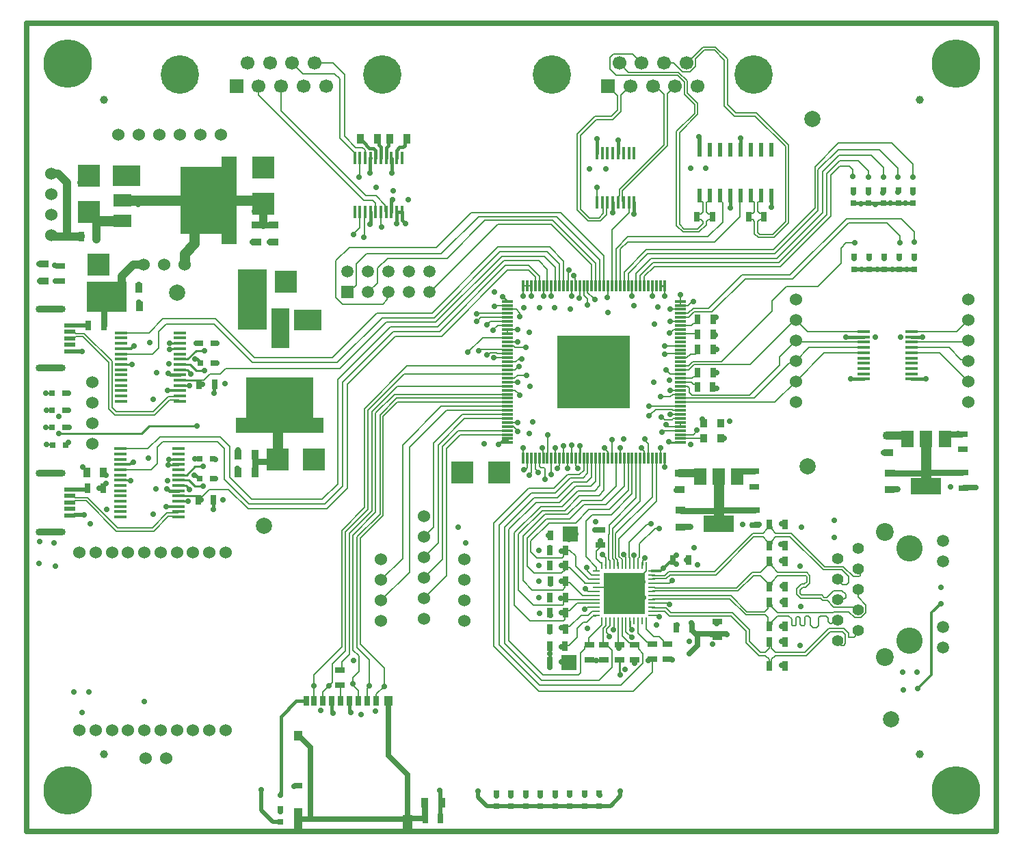
<source format=gtl>
G04*
G04 #@! TF.GenerationSoftware,Altium Limited,Altium Designer,18.1.7 (191)*
G04*
G04 Layer_Physical_Order=1*
G04 Layer_Color=255*
%FSLAX24Y24*%
%MOIN*%
G70*
G01*
G75*
%ADD13C,0.0100*%
%ADD17C,0.0200*%
%ADD18C,0.0080*%
%ADD23C,0.0150*%
%ADD25C,0.0250*%
%ADD26R,0.0551X0.0197*%
%ADD27R,0.1102X0.1102*%
%ADD28R,0.0315X0.0276*%
%ADD29R,0.0354X0.0472*%
%ADD30R,0.0276X0.0512*%
%ADD31R,0.0160X0.0625*%
%ADD32R,0.0240X0.0650*%
%ADD33O,0.0630X0.0157*%
%ADD34R,0.0354X0.0394*%
%ADD35R,0.0512X0.0276*%
%ADD36R,0.0512X0.0748*%
%ADD37R,0.0394X0.1102*%
%ADD38R,0.0394X0.0472*%
%ADD39R,0.0276X0.0472*%
%ADD40R,0.0394X0.0315*%
%ADD41R,0.1102X0.1102*%
%ADD42R,0.0472X0.0354*%
%ADD43R,0.0276X0.0315*%
%ADD44R,0.0591X0.0157*%
%ADD45R,0.0118X0.0551*%
%ADD46R,0.0551X0.0118*%
%ADD47R,0.3575X0.3575*%
%ADD48R,0.0169X0.0642*%
%ADD49R,0.0110X0.0319*%
%ADD50R,0.0319X0.0110*%
%ADD51R,0.3280X0.2000*%
%ADD52R,0.0600X0.0850*%
%ADD53R,0.4250X0.0750*%
%ADD54R,0.0750X0.4250*%
%ADD55R,0.0850X0.0600*%
%ADD56R,0.2000X0.3280*%
%ADD57R,0.1496X0.0846*%
%ADD58R,0.0591X0.0846*%
%ADD59C,0.0394*%
%ADD109R,0.2008X0.2008*%
%ADD110C,0.0070*%
%ADD111C,0.0500*%
%ADD112C,0.0400*%
%ADD113C,0.0120*%
%ADD114C,0.0300*%
%ADD115C,0.0180*%
%ADD116R,0.1403X0.2929*%
%ADD117R,0.0883X0.1939*%
%ADD118R,0.1326X0.1013*%
%ADD119R,0.1928X0.1499*%
%ADD120R,0.0753X0.0775*%
%ADD121C,0.0600*%
%ADD122C,0.0787*%
%ADD123O,0.1457X0.0354*%
%ADD124C,0.0669*%
%ADD125R,0.0669X0.0669*%
%ADD126C,0.1874*%
%ADD127R,0.0591X0.0591*%
%ADD128C,0.0591*%
%ADD129C,0.2362*%
%ADD130C,0.0866*%
%ADD131C,0.1280*%
%ADD132C,0.0551*%
%ADD133C,0.0280*%
%ADD134C,0.0500*%
D13*
X30856Y26570D02*
X31053D01*
X5934Y19734D02*
X8279D01*
X5559Y19359D02*
X5934Y19734D01*
X1528Y19359D02*
X5559D01*
X1524Y19362D02*
X1528Y19359D01*
X23395Y25803D02*
Y25820D01*
X23180Y26036D02*
X23395Y25820D01*
X23161Y19019D02*
X23395D01*
X22961Y18819D02*
X23161Y19019D01*
X23395Y18913D02*
Y19110D01*
X7372Y16312D02*
X7384Y16325D01*
X7372Y16057D02*
X7842D01*
X8169Y16776D02*
X8569D01*
X7865Y17080D02*
X8169Y16776D01*
X7372Y16057D02*
X7372Y16057D01*
X7372Y17080D02*
X7865D01*
X7384Y16325D02*
X8228D01*
X8320Y16232D01*
X7370Y18105D02*
X7372Y18104D01*
X6918Y18105D02*
X7370D01*
X7360Y17837D02*
X7372Y17848D01*
X6879Y17837D02*
X7360D01*
X6868Y17825D02*
X6879Y17837D01*
X5041Y17072D02*
X5049Y17080D01*
X4517D02*
X5049D01*
X7372Y16824D02*
X7386Y16810D01*
X7743D01*
X7910Y16643D01*
X7372Y17336D02*
X7759D01*
X8563Y17749D02*
X8565Y17751D01*
X8172Y17749D02*
X8563D01*
X7759Y17336D02*
X8172Y17749D01*
X8320Y16204D02*
Y16232D01*
X26919Y18730D02*
X26921Y18732D01*
X26919Y18145D02*
Y18730D01*
X31289Y18913D02*
X31821D01*
X28886Y7593D02*
Y7642D01*
X28851Y7677D02*
X28886Y7642D01*
X28851Y7677D02*
Y8316D01*
X8372Y21852D02*
Y21881D01*
X7811Y22985D02*
X8224Y23398D01*
X8615D01*
X8617Y23400D01*
X7424Y22985D02*
X7811D01*
X7795Y22458D02*
X7962Y22291D01*
X7438Y22458D02*
X7795D01*
X7424Y22473D02*
X7438Y22458D01*
X4569Y22729D02*
X5101D01*
X5093Y22721D02*
X5101Y22729D01*
X6920Y23474D02*
X6931Y23485D01*
X7412D01*
X7424Y23497D01*
X6970Y23754D02*
X7422D01*
X7424Y23753D01*
X8279Y21974D02*
X8372Y21881D01*
X7436Y21974D02*
X8279D01*
X7424Y22729D02*
X7917D01*
X7424Y21705D02*
X7424Y21706D01*
X7917Y22729D02*
X8220Y22425D01*
X8620D01*
X7424Y21706D02*
X7894D01*
X7424Y21961D02*
X7436Y21974D01*
X937Y18813D02*
X1225D01*
X1231Y18806D01*
X907Y19668D02*
X1200D01*
X1206Y19661D01*
X926Y20482D02*
X1123D01*
X1136Y20468D01*
Y20422D02*
Y20468D01*
Y20422D02*
X1211Y20496D01*
X913Y21320D02*
X1206D01*
X882D02*
X913D01*
X1206D02*
X1211Y21315D01*
X28545Y9833D02*
X28589Y9877D01*
X29376Y9931D02*
Y10212D01*
X27381Y8316D02*
X28111D01*
D17*
X11954Y414D02*
X12340D01*
X11383Y986D02*
X11954Y414D01*
X11383Y986D02*
Y1994D01*
X42496Y27370D02*
X43230D01*
X41762D02*
X42496D01*
X41028D02*
X41762D01*
X40294D02*
X41028D01*
X22381Y1203D02*
X22861D01*
X21948Y1636D02*
Y1935D01*
Y1636D02*
X22381Y1203D01*
X27877D02*
X28416D01*
X27161D02*
X27877D01*
X26444D02*
X27161D01*
X25728D02*
X26444D01*
X25011D02*
X25728D01*
X24294D02*
X25011D01*
X23578D02*
X24294D01*
X22861D02*
X23578D01*
X28896Y1683D02*
Y1935D01*
X28416Y1203D02*
X28896Y1683D01*
X20130Y605D02*
Y1964D01*
X2310Y15378D02*
X2772D01*
X2304Y15372D02*
X2310Y15378D01*
X2072Y15372D02*
X2304D01*
X2070Y15370D02*
X2072Y15372D01*
X2939Y16668D02*
Y16702D01*
X2901Y16630D02*
X2939Y16668D01*
X2070Y16630D02*
X2901D01*
X32745Y33824D02*
X32756Y33813D01*
Y33183D02*
Y33813D01*
X2070Y23370D02*
X2650D01*
X2965Y24630D02*
X2966Y24631D01*
X2070Y24630D02*
X2965D01*
D18*
X24360Y26570D02*
X24557D01*
X24163D02*
X24360D01*
X23395Y24228D02*
Y24425D01*
X39652Y27658D02*
Y28402D01*
X39907Y28657D01*
X40329D01*
X31082Y23235D02*
X31091Y23244D01*
X31821D01*
X31070Y23637D02*
X31821D01*
Y24228D02*
X32618D01*
X32378Y24622D02*
X32472Y24716D01*
X31821Y24622D02*
X32378D01*
X38523Y26529D02*
X39652Y27658D01*
X36991Y26529D02*
X38523D01*
X36294Y25833D02*
X36991Y26529D01*
X36294Y25323D02*
Y25833D01*
X33840Y22868D02*
X36294Y25323D01*
X32571Y23242D02*
X32668Y23340D01*
X32332Y23242D02*
X32571D01*
X32668Y23340D02*
Y23458D01*
X32137Y23047D02*
X32332Y23242D01*
X32429Y22868D02*
X33840D01*
X32214Y22653D02*
X32429Y22868D01*
X31821Y22653D02*
X32214D01*
X41899Y29614D02*
X42523Y28991D01*
X40014Y29614D02*
X41899D01*
X37304Y26904D02*
X40014Y29614D01*
X42597Y29832D02*
X43236Y29192D01*
X39918Y29832D02*
X42597D01*
X37180Y27093D02*
X39918Y29832D01*
X34998Y26904D02*
X37304D01*
X34828Y27093D02*
X37180D01*
X33378Y25284D02*
X34998Y26904D01*
X32491Y25284D02*
X33378D01*
X32384Y25794D02*
X32466D01*
X32196Y25606D02*
X32384Y25794D01*
X31821Y25606D02*
X32196D01*
X31821Y25015D02*
X32222D01*
X32491Y25284D01*
X32201Y25212D02*
X32448Y25460D01*
X31821Y25212D02*
X32201D01*
X33195Y25460D02*
X34828Y27093D01*
X32448Y25460D02*
X33195D01*
X42523Y28643D02*
Y28991D01*
X43236Y28677D02*
Y29192D01*
X38395Y32372D02*
X39540Y33517D01*
X43159Y31854D02*
Y32477D01*
X42120Y33517D02*
X43159Y32477D01*
X39540Y33517D02*
X42120D01*
X38546Y32211D02*
X39543Y33208D01*
X42444Y31870D02*
Y32304D01*
X41540Y33208D02*
X42444Y32304D01*
X39543Y33208D02*
X41540D01*
X38768Y32119D02*
X39559Y32909D01*
X41724Y31870D02*
Y32309D01*
X41124Y32909D02*
X41724Y32309D01*
X39559Y32909D02*
X41124D01*
X38970Y32036D02*
X39584Y32649D01*
X40998Y31860D02*
Y32161D01*
X40510Y32649D02*
X40998Y32161D01*
X39584Y32649D02*
X40510D01*
X40053Y32402D02*
X40227Y32228D01*
Y31876D02*
Y32228D01*
X39159Y31957D02*
X39604Y32402D01*
X40053D01*
X38970Y30036D02*
Y32036D01*
X38768Y30119D02*
Y32119D01*
X39159Y29957D02*
Y31957D01*
X38546Y30211D02*
Y32211D01*
X36621Y27687D02*
X38970Y30036D01*
X36538Y27888D02*
X38768Y30119D01*
X36699Y27498D02*
X39159Y29957D01*
X36446Y28110D02*
X38546Y30211D01*
X30553Y27498D02*
X36699D01*
X30069Y27013D02*
X30553Y27498D01*
X30069Y26570D02*
Y27013D01*
X30504Y27687D02*
X36621D01*
X29872Y27054D02*
X30504Y27687D01*
X29872Y26570D02*
Y27054D01*
X30389Y27888D02*
X36538D01*
X29675Y27174D02*
X30389Y27888D01*
X29675Y26570D02*
Y27174D01*
X30219Y28110D02*
X36446D01*
X29281Y27173D02*
X30219Y28110D01*
X29281Y26570D02*
Y27173D01*
X38395Y30350D02*
Y32372D01*
X36367Y28321D02*
X38395Y30350D01*
X30172Y28321D02*
X36367D01*
X29084Y27234D02*
X30172Y28321D01*
X29084Y26570D02*
Y27234D01*
X27313Y26227D02*
X27588Y25952D01*
Y25938D02*
X27633Y25893D01*
X27660D01*
X27588Y25938D02*
Y25952D01*
X27313Y26570D02*
X27313Y26570D01*
Y26227D02*
Y26570D01*
X35219Y22718D02*
X37403Y24902D01*
X37450D01*
X32491Y22718D02*
X35219D01*
X32230Y22456D02*
X32491Y22718D01*
X31821Y22456D02*
X32230D01*
X36654Y22687D02*
Y23106D01*
X37450Y23902D01*
X35195Y21228D02*
X36654Y22687D01*
X32400Y21228D02*
X35195D01*
X32260Y21369D02*
X32400Y21228D01*
X32260Y21369D02*
Y21587D01*
X32178Y21669D02*
X32260Y21587D01*
X31821Y21669D02*
X32178D01*
X35422Y21078D02*
X37146Y22803D01*
X37351D01*
X37450Y22902D01*
X31821Y21078D02*
X35422D01*
X36430Y20881D02*
X37450Y21902D01*
X31821Y20881D02*
X36430D01*
X37450Y21902D02*
X38846Y23298D01*
X40766D01*
X37450Y22902D02*
X38102Y23554D01*
X40766D01*
X37450Y23902D02*
X37543Y23810D01*
X40766D01*
X37450Y24902D02*
X38031Y24322D01*
X40766D01*
X43089Y23298D02*
X44472D01*
X45868Y21902D01*
X44922Y23554D02*
X45503Y22972D01*
X45798D01*
X45868Y22902D01*
X43089Y23554D02*
X44922D01*
X45781Y23816D02*
X45868Y23902D01*
X43537Y23816D02*
X45781D01*
X43531Y23810D02*
X43537Y23816D01*
X43089Y23810D02*
X43531D01*
X45287Y24322D02*
X45868Y24902D01*
X43089Y24322D02*
X45287D01*
X34718Y29921D02*
Y30915D01*
X33501Y28704D02*
X34718Y29921D01*
X33891Y29666D02*
Y30621D01*
X33172Y28946D02*
X33891Y29666D01*
X29247Y28704D02*
X33501D01*
X28887Y28344D02*
X29247Y28704D01*
X29278Y28946D02*
X33172D01*
X28691Y28359D02*
X29278Y28946D01*
X33844Y30668D02*
X33891Y30621D01*
X33836Y30668D02*
X33844D01*
X33756Y30748D02*
X33836Y30668D01*
X33756Y30748D02*
Y30953D01*
X28691Y26570D02*
Y28359D01*
X34718Y30915D02*
X34756Y30953D01*
X28887Y26570D02*
Y28344D01*
X28496Y26573D02*
Y29294D01*
X28494Y26570D02*
X28496Y26573D01*
Y29294D02*
X29314Y30112D01*
Y30638D01*
X27748Y31312D02*
Y31350D01*
Y31312D02*
X27754Y31306D01*
Y30638D02*
Y31306D01*
X26639Y26995D02*
Y27049D01*
Y26995D02*
X26709Y26925D01*
X26347Y27288D02*
X26383Y27323D01*
X26347Y26590D02*
Y27288D01*
X26328Y26570D02*
X26347Y26590D01*
X26709Y26583D02*
X26722Y26570D01*
X26709Y26583D02*
Y26925D01*
X27116Y26094D02*
X27299Y25911D01*
Y25635D02*
Y25911D01*
X27116Y26094D02*
Y26570D01*
X26919Y25949D02*
Y26570D01*
X26913Y25943D02*
X26919Y25949D01*
X26132Y26570D02*
Y27761D01*
X20195Y24106D02*
X23410Y27320D01*
X23997Y25046D02*
Y25241D01*
X23829Y25409D02*
X23997Y25241D01*
X23395Y25409D02*
X23829D01*
X16435Y28912D02*
Y30126D01*
X16427Y28904D02*
X16435Y28912D01*
X15693Y28441D02*
X19916D01*
X15046Y27794D02*
X15693Y28441D01*
X19916D02*
X21617Y30142D01*
X16203Y29395D02*
Y30150D01*
X15907Y29099D02*
X16203Y29395D01*
X15907Y29061D02*
Y29099D01*
X16157Y31843D02*
X16203Y31888D01*
Y32783D01*
X16435Y30126D02*
X16459Y30150D01*
X17227Y29466D02*
X17254Y29439D01*
X17227Y29466D02*
Y30150D01*
X15452Y33868D02*
Y36868D01*
X14894Y37425D02*
X15452Y36868D01*
X14002Y37425D02*
X14894D01*
X14972Y36898D02*
X15216Y36654D01*
Y33751D02*
Y36654D01*
Y33751D02*
X15947Y33020D01*
X16013Y33307D02*
X16343D01*
X15452Y33868D02*
X16013Y33307D01*
X16343D02*
X16459Y33191D01*
Y32783D02*
Y33191D01*
X13439Y36898D02*
X14972D01*
X12911Y37425D02*
X13439Y36898D01*
X12366Y35077D02*
Y36307D01*
Y35077D02*
X16491Y30952D01*
X16986D01*
X11275Y35845D02*
X16393Y30728D01*
X16971Y30150D02*
Y30594D01*
X16837Y30728D02*
X16971Y30594D01*
X16393Y30728D02*
X16837D01*
X11275Y35845D02*
Y36307D01*
X17438Y30194D02*
Y30499D01*
Y30194D02*
X17483Y30150D01*
X16986Y30952D02*
X17438Y30499D01*
X15947Y32783D02*
Y33020D01*
X20180Y28134D02*
X21986Y29939D01*
X16531Y28134D02*
X20180D01*
X16016Y27619D02*
X16531Y28134D01*
X20460Y27906D02*
X22303Y29749D01*
X17557Y27906D02*
X20460D01*
X17072Y27420D02*
X17557Y27906D01*
X21617Y30142D02*
X25985Y30142D01*
X21986Y29939D02*
X25788D01*
X22936Y29552D02*
X25536D01*
X19627Y26243D02*
X22936Y29552D01*
X25450Y28443D02*
X26132Y27761D01*
X25935Y26570D02*
Y27618D01*
X25338Y28215D02*
X25935Y27618D01*
X23125Y28007D02*
X25196D01*
X25738Y26570D02*
Y27465D01*
X25196Y28007D02*
X25738Y27465D01*
X24943Y27776D02*
X25344Y27374D01*
Y26570D02*
Y27374D01*
X23221Y27776D02*
X24943D01*
X24420Y27557D02*
X24950Y27027D01*
X23312Y27557D02*
X24420D01*
X20097Y24342D02*
X23312Y27557D01*
X24950Y26570D02*
Y27027D01*
X24420Y27320D02*
X24751Y26990D01*
Y26573D02*
Y26990D01*
Y26573D02*
X24754Y26570D01*
X22796Y25587D02*
X23376D01*
X22759Y25550D02*
X22796Y25587D01*
X23376D02*
X23395Y25606D01*
X22905Y23244D02*
X23395D01*
X22848Y23300D02*
X22905Y23244D01*
X18511Y22653D02*
X23395D01*
X22551Y23300D02*
X22848D01*
X22473Y23222D02*
X22551Y23300D01*
X23395Y23834D02*
X23899D01*
X22190Y24031D02*
X23395D01*
X21471Y23312D02*
X22190Y24031D01*
X22767Y23050D02*
X22770Y23047D01*
X23395D01*
X23956Y23005D02*
X24098D01*
X23801Y22850D02*
X23956Y23005D01*
X23395Y22850D02*
X23801D01*
X23410Y27320D02*
X24420D01*
X23039Y28215D02*
X25338D01*
X22945Y28443D02*
X25450D01*
X20006Y24561D02*
X23221Y27776D01*
X19910Y24792D02*
X23125Y28007D01*
X19824Y25000D02*
X23039Y28215D01*
X19730Y25228D02*
X22945Y28443D01*
X17937Y24106D02*
X20195D01*
X15606Y21775D02*
X17937Y24106D01*
X17835Y24342D02*
X20097D01*
X15367Y21874D02*
X17835Y24342D01*
X17697Y24561D02*
X20006D01*
X15115Y21978D02*
X17697Y24561D01*
X17493Y24792D02*
X19910D01*
X15236Y22535D02*
X17493Y24792D01*
X17293Y25000D02*
X19824D01*
X15102Y22809D02*
X17293Y25000D01*
X17040Y25228D02*
X19730D01*
X28100Y26570D02*
X28106Y26576D01*
X25985Y30142D02*
X28106Y28022D01*
Y26576D02*
Y28022D01*
X25788Y29939D02*
X27903Y27824D01*
Y26570D02*
Y27824D01*
X25613Y29749D02*
X27706Y27656D01*
Y26570D02*
Y27656D01*
X25536Y29552D02*
X27510Y27579D01*
Y26570D02*
Y27579D01*
X19611Y26243D02*
X19627D01*
X17072Y26704D02*
Y27420D01*
X16611Y26243D02*
X17072Y26704D01*
X22303Y29749D02*
X25613D01*
X15611Y26243D02*
X15866Y26498D01*
X15931D01*
X16016Y26583D01*
Y27619D01*
X17545Y26177D02*
X17611Y26243D01*
X17545Y25881D02*
Y26177D01*
X17332Y25668D02*
X17545Y25881D01*
X15046Y25981D02*
X15359Y25668D01*
X17332D01*
X15046Y25981D02*
Y27794D01*
X18044Y21669D02*
X23395D01*
X16797Y20422D02*
X18044Y21669D01*
X16431Y20573D02*
X18511Y22653D01*
X16608Y20500D02*
X18367Y22259D01*
X23395D01*
X16797Y15593D02*
Y20422D01*
X16608Y15671D02*
Y20500D01*
X16431Y15744D02*
Y20573D01*
X17909Y21275D02*
X23395D01*
X16980Y20346D02*
X17909Y21275D01*
X18001Y21078D02*
X23027D01*
X17184Y20261D02*
X18001Y21078D01*
X18029Y20881D02*
X23395D01*
X17343Y20196D02*
X18029Y20881D01*
X16980Y15517D02*
Y20346D01*
X17343Y15366D02*
Y20196D01*
X17184Y15432D02*
Y20261D01*
X23027Y21078D02*
X23395D01*
X16072Y14320D02*
X17184Y15432D01*
X20176Y20685D02*
X23395D01*
X18283Y18792D02*
X20176Y20685D01*
X20423Y20488D02*
X23395D01*
X18633Y18698D02*
X20423Y20488D01*
X18633Y12606D02*
Y18698D01*
X18283Y13257D02*
Y18792D01*
X17241Y12214D02*
X18283Y13257D01*
X17241Y11214D02*
X18633Y12606D01*
X17241Y12214D02*
X17382D01*
X20416Y18633D02*
X21089Y19307D01*
X23395D01*
X20215Y18716D02*
X21002Y19504D01*
X23395D01*
X20017Y18798D02*
X21313Y20094D01*
X23395D01*
X21198Y20291D02*
X23395D01*
X19797Y18889D02*
X21198Y20291D01*
X20017Y14015D02*
Y18798D01*
X19317Y13314D02*
X20017Y14015D01*
X19797Y14794D02*
Y18889D01*
X19317Y14314D02*
X19797Y14794D01*
X20215Y13212D02*
Y18716D01*
X19317Y12314D02*
X20215Y13212D01*
X19317Y11314D02*
X20416Y12413D01*
Y18633D01*
X22915Y24622D02*
X23395D01*
X22706Y24412D02*
X22915Y24622D01*
X22548Y24818D02*
X23395D01*
X22404Y24674D02*
X22548Y24818D01*
X22402Y24674D02*
X22404D01*
X22111Y25015D02*
X23395D01*
X21920Y24824D02*
X22111Y25015D01*
X21930Y25212D02*
X23395D01*
X21915Y25197D02*
X21930Y25212D01*
X24360Y17683D02*
Y18145D01*
X24283Y17606D02*
X24360Y17683D01*
X24183Y17606D02*
X24283D01*
X24557Y17455D02*
Y18145D01*
X24465Y17363D02*
X24557Y17455D01*
X24465Y17309D02*
Y17363D01*
X25191Y17682D02*
X25238Y17636D01*
Y17142D02*
Y17636D01*
X25044Y17682D02*
X25191D01*
X16231Y14254D02*
X17343Y15366D01*
X15868Y14405D02*
X16980Y15517D01*
X15685Y14481D02*
X16797Y15593D01*
X15320Y14632D02*
X16431Y15744D01*
X15496Y14559D02*
X16608Y15671D01*
X16647Y7066D02*
Y8342D01*
X16072Y8917D02*
X16647Y8342D01*
X16072Y8917D02*
Y14320D01*
X17381Y7036D02*
Y7931D01*
X16231Y9080D02*
X17381Y7931D01*
X16231Y9080D02*
Y14254D01*
X15868Y8800D02*
Y14405D01*
Y8800D02*
X16152Y8515D01*
X15320Y8943D02*
Y14632D01*
X13965Y7589D02*
X15320Y8943D01*
X15496Y8746D02*
Y14559D01*
X14870Y8121D02*
X15496Y8746D01*
X16152Y7749D02*
Y8515D01*
X14870Y7233D02*
Y8121D01*
X15685Y8583D02*
Y14481D01*
X15316Y8214D02*
X15685Y8583D01*
X15316Y7909D02*
Y8214D01*
X16988Y6321D02*
Y6643D01*
X17381Y7036D01*
X14390Y6752D02*
X14690Y7052D01*
X14390Y6321D02*
Y6752D01*
X13957Y7039D02*
X13965Y7047D01*
X13957Y6321D02*
Y7039D01*
X15876Y7472D02*
X16152Y7749D01*
X15876Y7157D02*
Y7472D01*
X16647Y7012D02*
Y7066D01*
X16555Y6920D02*
X16647Y7012D01*
X16555Y6321D02*
Y6920D01*
X15236Y7829D02*
X15316Y7909D01*
X14690Y7052D02*
X14870Y7233D01*
X13965Y7047D02*
Y7589D01*
X15866Y7091D02*
X16122Y6835D01*
Y6321D02*
Y6835D01*
X15256Y6321D02*
Y7061D01*
X25529Y17354D02*
X25541Y17366D01*
X25661Y16688D02*
X26345Y17372D01*
X26913D01*
X26474Y17181D02*
X27085D01*
X25746Y16453D02*
X26474Y17181D01*
X26599Y16987D02*
X27270D01*
X25835Y16222D02*
X26599Y16987D01*
X24754Y17640D02*
X24894Y17499D01*
X24754Y17640D02*
Y18145D01*
X24950D02*
X24961Y18135D01*
Y17765D02*
Y18135D01*
Y17765D02*
X25044Y17682D01*
X25541Y17366D02*
Y18145D01*
X26828Y17660D02*
Y17696D01*
X26723Y17800D02*
X26828Y17696D01*
X25935Y17794D02*
Y18145D01*
X25827Y17686D02*
X25935Y17794D01*
X25827Y17651D02*
Y17686D01*
X26723Y17800D02*
Y18144D01*
X26521Y18666D02*
Y18835D01*
X26328Y17648D02*
Y17703D01*
X26331Y17706D01*
X26328Y18145D02*
X26331Y18143D01*
Y17706D02*
Y18143D01*
X26132Y18725D02*
X26142Y18735D01*
X26132Y18145D02*
Y18725D01*
X25738Y18145D02*
Y18649D01*
X26521Y18666D02*
X26525Y18662D01*
Y18145D02*
Y18662D01*
X26722Y18145D02*
X26723Y18144D01*
X26913Y17372D02*
X27116Y17574D01*
X24425Y16688D02*
X25661D01*
X24580Y16453D02*
X25746D01*
X24694Y16222D02*
X25835D01*
X26730Y16790D02*
X27478D01*
X25939Y15999D02*
X26730Y16790D01*
X24787Y15999D02*
X25939D01*
X26829Y16571D02*
X27657D01*
X26063Y15805D02*
X26829Y16571D01*
X25019Y15805D02*
X26063D01*
X14858Y23046D02*
X17040Y25228D01*
X23774Y22456D02*
X23948Y22631D01*
X23395Y22456D02*
X23774D01*
X23404Y22054D02*
X23733D01*
X23395Y22063D02*
X23404Y22054D01*
X31819Y24427D02*
X31821Y24425D01*
X31504Y24427D02*
X31819D01*
X31321Y24244D02*
X31504Y24427D01*
X27116Y17574D02*
Y18145D01*
X27313Y17409D02*
Y18145D01*
X27085Y17181D02*
X27313Y17409D01*
X27510Y17226D02*
Y18145D01*
X27270Y16987D02*
X27510Y17226D01*
X27706Y17018D02*
Y18145D01*
X27478Y16790D02*
X27706Y17018D01*
X27903Y16817D02*
Y18145D01*
X27657Y16571D02*
X27903Y16817D01*
X28100Y16577D02*
Y18145D01*
X27854Y16331D02*
X28100Y16577D01*
X26910Y16331D02*
X27854D01*
X28691Y16793D02*
Y18145D01*
X27991Y16093D02*
X28691Y16793D01*
X27022Y16093D02*
X27991D01*
X29084Y16784D02*
Y18145D01*
X28183Y15882D02*
X29084Y16784D01*
X27126Y15882D02*
X28183D01*
X29281Y16582D02*
Y18145D01*
X28349Y15650D02*
X29281Y16582D01*
X27368Y15650D02*
X28349D01*
X29478Y16412D02*
Y18145D01*
X28458Y15392D02*
X29478Y16412D01*
X27517Y15392D02*
X28458D01*
X15115Y16904D02*
Y21978D01*
X15367Y16800D02*
Y21874D01*
X15606Y16701D02*
Y21775D01*
X14379Y16169D02*
X15115Y16904D01*
X14484Y15917D02*
X15367Y16800D01*
X14583Y15677D02*
X15606Y16701D01*
X10917Y16169D02*
X14379D01*
X10813Y15917D02*
X14484D01*
X9863Y17222D02*
X10917Y16169D01*
X9611Y17118D02*
X10813Y15917D01*
X9863Y17222D02*
Y18719D01*
X9611Y17118D02*
Y18614D01*
X9382Y19200D02*
X9863Y18719D01*
X9277Y18948D02*
X9611Y18614D01*
X8854Y16624D02*
X9809D01*
X10756Y15677D02*
X14583D01*
X9809Y16624D02*
X10756Y15677D01*
X2044Y15344D02*
X2070Y15370D01*
X4517Y18616D02*
X4519Y18614D01*
X8320Y16117D02*
Y16204D01*
X8418Y16301D02*
X8531D01*
X8854Y16624D01*
X8320Y16204D02*
X8418Y16301D01*
X4519Y18614D02*
X5870D01*
X6042Y17592D02*
X6331Y17880D01*
Y18676D01*
X6603Y18948D01*
X5870Y18614D02*
X6457Y19200D01*
X4517Y17592D02*
X6042D01*
X6457Y19200D02*
X9382D01*
X6603Y18948D02*
X9277D01*
X10973Y22809D02*
X15102D01*
X9674Y22535D02*
X15236D01*
X11065Y23046D02*
X14858D01*
X9167Y24943D02*
X11065Y23046D01*
X9091Y24691D02*
X10973Y22809D01*
X6750Y24691D02*
X9091D01*
X6603Y24943D02*
X9167D01*
X3957Y20562D02*
Y22820D01*
Y20562D02*
X4262Y20257D01*
X4117Y20628D02*
Y22886D01*
X4328Y20417D02*
X6135D01*
X4117Y20628D02*
X4328Y20417D01*
X6864Y21146D02*
X7121D01*
X7385Y21155D02*
X7424Y21194D01*
X7131Y21155D02*
X7385D01*
X7121Y21146D02*
X7131Y21155D01*
Y20976D02*
X7385D01*
X7121Y20986D02*
X7131Y20976D01*
X7385D02*
X7424Y20938D01*
X6930Y20986D02*
X7121D01*
X4262Y20257D02*
X6202D01*
X6135Y20417D02*
X6864Y21146D01*
X6202Y20257D02*
X6930Y20986D01*
X2765Y24237D02*
X4117Y22886D01*
X2699Y24077D02*
X3957Y22820D01*
X2456Y24237D02*
X2765D01*
X2522Y24077D02*
X2699D01*
X2070Y24315D02*
X2128Y24257D01*
X2333D01*
X2352Y24237D01*
X2456D01*
X2456Y24237D01*
X2070Y24000D02*
X2128Y24058D01*
X2333D01*
X2352Y24077D01*
X2522D01*
X2522Y24077D01*
X4569Y23241D02*
X6094D01*
X32472Y24716D02*
X32576D01*
X32674Y24814D01*
Y24918D01*
X31054Y17703D02*
Y18144D01*
X31053Y18145D02*
X31054Y18144D01*
X31267Y11076D02*
X31306Y11038D01*
X31161Y11076D02*
X31267D01*
X31159Y11078D02*
X31161Y11076D01*
X31419Y12183D02*
X31446D01*
X31299Y12062D02*
X31419Y12183D01*
X30439Y12062D02*
X31299D01*
X30584Y14737D02*
X30791D01*
X29826Y13979D02*
X30584Y14737D01*
X29826Y13336D02*
Y13979D01*
X29326Y14048D02*
X30205Y14926D01*
X30353D01*
X30383Y14956D01*
X32618Y24228D02*
X32668Y24178D01*
X31821Y23834D02*
X31824Y23837D01*
X31821Y23637D02*
X31830Y23628D01*
X23886Y22206D02*
X24317D01*
X32453Y19307D02*
X32633Y19487D01*
X30324Y20691D02*
X31814D01*
X30309Y20676D02*
X30324Y20691D01*
X31814D02*
X31821Y20685D01*
X30379Y20281D02*
X30639Y20541D01*
X31421D01*
X31465Y20085D02*
X31811D01*
X31421Y20041D02*
X31465Y20085D01*
X31811D02*
X31821Y20094D01*
X30362Y20281D02*
X30379D01*
X30293Y20213D02*
X30362Y20281D01*
X31421Y20541D02*
X31474Y20488D01*
X31821D01*
X31317Y21470D02*
X31819D01*
X31821Y21472D01*
Y19110D02*
X32950D01*
X31821Y19307D02*
X32453D01*
X32950Y19110D02*
X32960Y19120D01*
X25146Y7580D02*
X26849D01*
X26970Y7701D01*
X23477Y9249D02*
X25146Y7580D01*
X23477Y9249D02*
Y14689D01*
X24787Y15999D01*
X23254Y14782D02*
X24694Y16222D01*
X23009Y14883D02*
X24580Y16453D01*
X23254Y9132D02*
Y14782D01*
X23009Y9050D02*
Y14883D01*
X23737Y11002D02*
X24502Y10236D01*
X23737Y11002D02*
Y14524D01*
X25019Y15805D01*
X26152Y9770D02*
X26221Y9839D01*
X23754Y23572D02*
X24291D01*
X25140Y18153D02*
Y18550D01*
X25091Y18599D02*
X25140Y18550D01*
X25353Y19285D02*
X25362Y19294D01*
X25353Y18154D02*
Y19285D01*
X25344Y18145D02*
X25353Y18154D01*
X25091Y18599D02*
Y18653D01*
X25431Y15002D02*
X26720D01*
X24542Y14112D02*
X25431Y15002D01*
X24542Y13608D02*
Y14112D01*
X24161Y14348D02*
X25228Y15416D01*
X24161Y12180D02*
Y14348D01*
X25228Y15416D02*
X26345D01*
X26438Y15194D02*
X27126Y15882D01*
X25300Y15194D02*
X26438D01*
X24369Y14262D02*
X25300Y15194D01*
X26720Y15002D02*
X27368Y15650D01*
X26345Y15416D02*
X27022Y16093D01*
X26187Y15608D02*
X26910Y16331D01*
X25095Y15608D02*
X26187D01*
X23931Y14443D02*
X25095Y15608D01*
X22734Y14997D02*
X24425Y16688D01*
X24163Y18145D02*
Y18649D01*
X30112Y19028D02*
Y19082D01*
X31254Y18948D02*
X31278Y18972D01*
X31254Y18948D02*
X31289Y18913D01*
X30265Y18221D02*
Y18874D01*
X30112Y19028D02*
X30265Y18874D01*
X26716Y18139D02*
X26722Y18145D01*
X31821Y23047D02*
X32137D01*
X31317Y21470D02*
X31318Y21471D01*
X30875Y21143D02*
X31344D01*
X31457Y21256D01*
X31802D01*
X31821Y21275D01*
X31004Y19504D02*
X31821D01*
X30932Y19432D02*
X31004Y19504D01*
X31821Y19700D02*
Y19897D01*
X31233Y19701D02*
X31748D01*
X31123Y19781D02*
X31153D01*
X31233Y19701D01*
X31059Y20041D02*
X31421D01*
X30949Y20150D02*
X31059Y20041D01*
X31317Y20291D02*
X31821D01*
Y19504D02*
X31835Y19489D01*
X29326Y13336D02*
Y14048D01*
X27870Y7339D02*
X28485Y7953D01*
X25047Y7339D02*
X27870D01*
X23254Y9132D02*
X25047Y7339D01*
X27215Y15090D02*
X27517Y15392D01*
X29672Y16219D02*
Y18143D01*
X28350Y14896D02*
X29672Y16219D01*
X28350Y14461D02*
Y14896D01*
X29872Y16059D02*
Y18145D01*
X28526Y14713D02*
X29872Y16059D01*
X28526Y13243D02*
Y14713D01*
X30462Y16273D02*
Y18145D01*
X28676Y14487D02*
X30462Y16273D01*
X28676Y13305D02*
Y14487D01*
X30659Y16043D02*
Y18145D01*
X28826Y14210D02*
X30659Y16043D01*
X28826Y13367D02*
Y14210D01*
X28123Y18646D02*
X28297Y18472D01*
X27215Y13346D02*
Y15090D01*
X29923Y18645D02*
X30067Y18501D01*
X29914Y18645D02*
X29923D01*
X29672Y18143D02*
X29675Y18145D01*
X28346Y14458D02*
X28350Y14461D01*
X28346Y13211D02*
Y14458D01*
Y13211D02*
X28392Y13165D01*
Y12929D02*
Y13165D01*
X28392Y12928D02*
X28392Y12929D01*
X23009Y9050D02*
X24963Y7096D01*
X22734Y9005D02*
Y14997D01*
Y9005D02*
X24935Y6803D01*
X29537D01*
X28929Y7096D02*
X29999Y8166D01*
X24963Y7096D02*
X28929D01*
X29537Y6803D02*
X30471Y7736D01*
X23931Y11729D02*
Y14443D01*
Y11729D02*
X24674Y10986D01*
X28485Y7953D02*
Y8794D01*
X28327Y8952D02*
X28485Y8794D01*
X28327Y8952D02*
Y8966D01*
X28229Y9064D02*
X28327Y8966D01*
X28111Y9064D02*
X28229D01*
X30471Y7736D02*
Y8356D01*
X29999Y8166D02*
Y8640D01*
X29782Y8856D02*
X29999Y8640D01*
X29782Y8856D02*
Y8960D01*
X29685Y9058D02*
X29782Y8960D01*
X29581Y9058D02*
X29685D01*
X27373Y9175D02*
X27485Y9064D01*
X26970Y7701D02*
Y8653D01*
X27179Y8862D01*
Y8966D01*
X27277Y9064D01*
X27381D01*
X19611Y26243D02*
X19627D01*
X28297Y26042D02*
Y26570D01*
X30794Y20150D02*
X30949D01*
X24502Y10236D02*
X26134D01*
X24674Y10986D02*
X26092D01*
X24608Y11732D02*
X26088D01*
X24161Y12180D02*
X24608Y11732D01*
X24712Y12543D02*
X26041D01*
X24369Y12887D02*
Y14262D01*
Y12887D02*
X24712Y12543D01*
X24843Y13307D02*
X26058D01*
X24542Y13608D02*
X24843Y13307D01*
X8906Y22272D02*
X9411D01*
X9674Y22535D01*
X5922Y24262D02*
X6603Y24943D01*
X6383Y24324D02*
X6750Y24691D01*
X6383Y23529D02*
Y24324D01*
X6094Y23241D02*
X6383Y23529D01*
X4571Y24262D02*
X5922D01*
X8372Y21852D02*
X8470Y21950D01*
X8583D02*
X8906Y22272D01*
X8470Y21950D02*
X8583D01*
X8372Y21766D02*
Y21852D01*
X4569Y24264D02*
X4571Y24262D01*
X23733Y22054D02*
X23886Y22206D01*
X23777Y21474D02*
X23959Y21293D01*
X23953D02*
X23959D01*
X23397Y21474D02*
X23777D01*
X23677Y19712D02*
X23882Y19507D01*
Y19469D02*
Y19507D01*
X28297Y18145D02*
Y18472D01*
X30794Y20161D02*
X30885D01*
X30794Y20150D02*
Y20161D01*
X31140Y22443D02*
X31323Y22259D01*
X31821D01*
X31260Y24244D02*
X31321D01*
X31340Y25413D02*
X31816D01*
X31821Y25409D01*
X30462Y26062D02*
Y26570D01*
X28497Y19048D02*
X28501Y19052D01*
X28497Y18149D02*
Y19048D01*
X31821Y25803D02*
Y26109D01*
Y25606D02*
Y25803D01*
Y22063D02*
X32403D01*
X32466Y22126D01*
X32570D01*
X32668Y22224D01*
Y22328D01*
X31821Y21866D02*
X32350D01*
X32466Y21750D01*
X32570D01*
X32668Y21652D01*
Y21548D02*
Y21652D01*
X23395Y19897D02*
X23899D01*
X24163Y26067D02*
Y26570D01*
X23395Y21866D02*
X23899D01*
X23395Y24425D02*
X23899D01*
X24557Y26067D02*
Y26570D01*
X25147Y26067D02*
Y26570D01*
X25541Y26067D02*
Y26570D01*
X26525Y26067D02*
Y26570D01*
X29478Y26067D02*
Y26570D01*
X31053Y26067D02*
Y26570D01*
X31317Y24818D02*
X31821D01*
X30856Y18145D02*
Y18649D01*
X28887Y18145D02*
Y18649D01*
X30067Y18147D02*
Y18501D01*
X30094Y13261D02*
Y13299D01*
X29982Y13150D02*
X30094Y13261D01*
X29982Y12943D02*
Y13150D01*
X29967Y12928D02*
X29982Y12943D01*
X27884Y13782D02*
Y13864D01*
X27722Y13620D02*
X27884Y13782D01*
X27722Y13272D02*
Y13620D01*
X27998Y12928D02*
Y13033D01*
X27884Y13864D02*
X27937Y13917D01*
X27722Y13272D02*
X27769Y13226D01*
Y13224D02*
Y13226D01*
Y13224D02*
X27946Y13048D01*
X27983D01*
X27998Y13033D01*
X28019Y13471D02*
X28195Y13295D01*
Y12928D02*
Y13295D01*
X27215Y13346D02*
X27722Y12839D01*
Y12653D02*
Y12839D01*
X27287Y12652D02*
X27490Y12448D01*
X27287Y12652D02*
Y12794D01*
X28526Y13243D02*
X28589Y13181D01*
X28676Y13305D02*
X28774Y13208D01*
X28826Y13367D02*
X28982Y13211D01*
X29076Y13417D02*
Y13471D01*
X29573Y13436D02*
X29576Y13439D01*
X28180Y12943D02*
X28195Y12928D01*
X27490Y12448D02*
X27715D01*
X27722Y12456D01*
X26809Y9435D02*
Y9871D01*
X27262Y10168D02*
X27567Y10472D01*
X27106Y10168D02*
X27262D01*
X26809Y9871D02*
X27106Y10168D01*
X26407Y9032D02*
X26809Y9435D01*
X26245Y9032D02*
X26407D01*
X26196Y8983D02*
X26245Y9032D01*
X30439Y11078D02*
X31159D01*
X30751Y10428D02*
X30805D01*
X28589Y12928D02*
Y13181D01*
X29769Y13278D02*
X29826Y13336D01*
X29769Y12929D02*
Y13278D01*
X29326Y13336D02*
X29376Y13286D01*
X29176Y12931D02*
X29179Y12928D01*
X29573D02*
Y13436D01*
X29769Y12929D02*
X29770Y12928D01*
X28774Y12940D02*
Y13208D01*
Y12940D02*
X28785Y12928D01*
X28982D02*
Y13211D01*
X29176Y12931D02*
Y13317D01*
X29076Y13417D02*
X29176Y13317D01*
X29376Y12928D02*
Y13286D01*
X28785Y11865D02*
X29081Y11570D01*
X30163Y12653D01*
Y12928D01*
X26058Y13307D02*
X26126Y13375D01*
Y13575D01*
X26224Y13673D01*
X27367Y12252D02*
X27715D01*
X26723Y12896D02*
X27367Y12252D01*
X26224Y12727D02*
Y12923D01*
X26041Y12543D02*
X26224Y12727D01*
X27166Y12062D02*
X27722D01*
X26435Y12822D02*
X27166Y12091D01*
X27056Y11472D02*
X27722D01*
X26445Y12082D02*
X27056Y11472D01*
X26088Y11732D02*
X26201Y11846D01*
X26138Y12078D02*
X26201Y12142D01*
Y11846D02*
Y12142D01*
X26234Y12175D01*
X26092Y10986D02*
X26139Y11033D01*
Y11284D01*
X26215Y11360D01*
X26134Y10236D02*
X26189Y10291D01*
Y10584D01*
X26225Y10620D01*
X26986Y10502D02*
X27335D01*
X26221Y9839D02*
Y9851D01*
X26319Y9949D01*
X26432D01*
X26986Y10502D01*
X30697Y10482D02*
X30751Y10428D01*
X30444Y10482D02*
X30697D01*
X30439Y10487D02*
X30444Y10482D01*
X27695Y11666D02*
X27707Y11653D01*
X27334Y11666D02*
X27695D01*
X27215Y11786D02*
X27334Y11666D01*
X27200Y11786D02*
X27215D01*
X26723Y12896D02*
Y13387D01*
X26437Y13673D02*
X26723Y13387D01*
X26224Y13673D02*
X26437D01*
X26322Y12822D02*
X26435D01*
X26224Y12919D02*
X26322Y12822D01*
X26224Y12919D02*
Y12923D01*
X26326Y12082D02*
X26445D01*
X26234Y12175D02*
X26326Y12082D01*
X26784Y11078D02*
X27722D01*
X26436Y10729D02*
X26784Y11078D01*
X26225Y10632D02*
X26323Y10729D01*
X26436D01*
X26225Y10620D02*
Y10632D01*
X26300Y11275D02*
X27722D01*
X27159Y10776D02*
X27201D01*
X26215Y11360D02*
X26300Y11275D01*
X27335Y10502D02*
X27517Y10684D01*
X27306Y10881D02*
X27722D01*
X27201Y10776D02*
X27306Y10881D01*
X27517Y10684D02*
X27722D01*
X27567Y10472D02*
X27707D01*
X27722Y10487D01*
Y11865D02*
X28785D01*
X27715Y12252D02*
X27722Y12259D01*
X27373Y9390D02*
X27998Y10015D01*
X27373Y9175D02*
Y9390D01*
X27998Y10212D02*
X27998Y10211D01*
Y10015D02*
Y10211D01*
X28047Y9852D02*
X28189Y9993D01*
X28047Y9128D02*
Y9852D01*
X28189Y9993D02*
Y10206D01*
X27381Y9064D02*
X27485D01*
X25477Y10620D02*
X25503Y10646D01*
X28238Y9830D02*
X28392Y9984D01*
X28238Y9650D02*
Y9830D01*
Y9650D02*
X28376Y9512D01*
X28047Y9128D02*
X28111Y9064D01*
X28189Y10206D02*
X28195Y10212D01*
X28376Y9458D02*
Y9512D01*
X28392Y9984D02*
Y10212D01*
X28805Y9110D02*
X28851Y9064D01*
X28805Y9110D02*
Y9897D01*
X28785Y9916D02*
X28805Y9897D01*
X28785Y9916D02*
Y10212D01*
X30199Y9192D02*
X30265D01*
X29770Y9621D02*
X30199Y9192D01*
X29770Y9621D02*
Y10212D01*
X30787Y9473D02*
X31005Y9255D01*
X30514Y9473D02*
X30787D01*
X30163Y9824D02*
X30514Y9473D01*
X30163Y9824D02*
Y10212D01*
X28589Y9877D02*
Y10212D01*
X31005Y9182D02*
Y9255D01*
Y9182D02*
X31093Y9094D01*
X31211D01*
X30265Y9192D02*
X30353Y9104D01*
X30471D01*
X29179Y9707D02*
Y10212D01*
Y9707D02*
X29454Y9433D01*
X28982Y9496D02*
X29332Y9146D01*
X28982Y9496D02*
Y10212D01*
X29332Y9146D02*
X29493D01*
X29581Y9058D01*
D23*
X17806Y30718D02*
Y30753D01*
X17739Y30650D02*
X17806Y30718D01*
X17739Y30150D02*
Y30650D01*
X18260Y29759D02*
X18427Y29592D01*
Y29584D02*
Y29592D01*
X18260Y29759D02*
Y30140D01*
X18250Y30150D02*
X18260Y30140D01*
X17994Y30150D02*
X18250D01*
X39887Y24071D02*
X39892Y24066D01*
X40766D01*
X2682Y17718D02*
X2695D01*
X2882Y17531D01*
Y17472D02*
Y17531D01*
X42448Y30597D02*
X43178D01*
X41719D02*
X42448D01*
X40989D02*
X41719D01*
X40261D02*
X40989D01*
X43089Y22018D02*
X43783D01*
X40118D02*
X40766D01*
X16360Y33577D02*
X16666Y33271D01*
X16332Y33577D02*
X16360D01*
X16666Y33271D02*
X16862D01*
X16261Y33648D02*
X16332Y33577D01*
X16261Y33648D02*
Y33707D01*
X16230Y33739D02*
X16261Y33707D01*
X13109Y6321D02*
X13583D01*
X12356Y5569D02*
X13109Y6321D01*
X12356Y1873D02*
Y5569D01*
X12340Y1857D02*
X12356Y1873D01*
X12340Y1765D02*
Y1857D01*
X12315Y1740D02*
X12340Y1765D01*
X15236Y7081D02*
X15256Y7061D01*
X14823Y5810D02*
Y6321D01*
X15780Y5745D02*
Y5780D01*
X15689Y5871D02*
X15780Y5780D01*
X15689Y5871D02*
Y6321D01*
X43625Y24066D02*
X43625Y24066D01*
X43089Y24066D02*
X43625D01*
X36255Y30383D02*
X36256Y30383D01*
Y30953D01*
X34250Y30373D02*
X34256Y30378D01*
Y30953D01*
X34756Y33183D02*
Y33757D01*
X28528Y30113D02*
Y30123D01*
X28534Y30129D01*
Y30638D01*
X29570Y30069D02*
Y30085D01*
X29574Y30089D01*
Y30638D01*
X28785Y33643D02*
X28794Y33633D01*
Y33033D02*
Y33633D01*
X27776Y33704D02*
Y33709D01*
X27754Y33682D02*
X27776Y33704D01*
X27754Y33033D02*
Y33682D01*
X16715Y29553D02*
Y30150D01*
X16862Y33271D02*
X16972Y33161D01*
Y32784D02*
Y33161D01*
X16971Y32783D02*
X16972Y32784D01*
X17121Y33438D02*
X17225Y33334D01*
Y32785D02*
Y33334D01*
Y32785D02*
X17227Y32783D01*
X18135Y33312D02*
X18312D01*
X17989Y33165D02*
X18135Y33312D01*
X17989Y32789D02*
Y33165D01*
X18312Y33312D02*
X18401Y33401D01*
Y33635D01*
X18500Y33734D01*
X17989Y32789D02*
X17994Y32783D01*
X17483Y33294D02*
X17582Y33393D01*
X17483Y32783D02*
Y33294D01*
X17582Y33393D02*
Y33643D01*
X17673Y33734D01*
X17057Y33739D02*
X17121Y33674D01*
Y33438D02*
Y33674D01*
X16702Y32049D02*
X16709Y32055D01*
Y32777D01*
X16715Y32783D01*
X17754Y32055D02*
Y32468D01*
X17748Y32474D02*
X17754Y32468D01*
X17748Y32474D02*
Y32774D01*
X17739Y32783D02*
X17748Y32774D01*
X17994Y29598D02*
X17998Y29594D01*
X17994Y29598D02*
Y30150D01*
X9061Y15681D02*
Y16110D01*
X9054Y15674D02*
X9061Y15681D01*
X8388Y17148D02*
X8392Y17152D01*
X8199Y17337D02*
X8388Y17148D01*
X8128Y17337D02*
X8199D01*
X9061Y16110D02*
X9068Y16117D01*
X6795Y16647D02*
X6844D01*
X6923Y16568D01*
X7372D01*
X6975Y22217D02*
X7424D01*
X6896Y22296D02*
X6975Y22217D01*
X6847Y22296D02*
X6896D01*
X9113Y21758D02*
X9120Y21766D01*
X8180Y22986D02*
X8251D01*
X8440Y22797D01*
X8444Y22801D01*
X9106Y21323D02*
X9113Y21330D01*
Y21758D01*
D25*
X45659Y16732D02*
X46244D01*
X45630Y16703D02*
X45659Y16732D01*
X45628Y16704D02*
X45630Y16703D01*
X19368Y1351D02*
X19382Y1337D01*
Y605D02*
Y1337D01*
X18524Y649D02*
Y2719D01*
X18393Y554D02*
X18411Y536D01*
X19292Y605D02*
X19382D01*
X18568D02*
X19292D01*
X18524Y649D02*
X18568Y605D01*
X19368Y781D02*
Y1351D01*
X13784Y554D02*
X18393D01*
X13209D02*
X13784D01*
X17598Y3644D02*
X18524Y2719D01*
X17598Y3644D02*
Y6321D01*
X13320Y4517D02*
X13784Y4053D01*
Y554D02*
Y4053D01*
X13281Y4517D02*
X13320D01*
X13209Y4589D02*
X13281Y4517D01*
X13209Y4589D02*
Y4628D01*
X33621Y9600D02*
X33633Y9587D01*
X34080D01*
X34097Y9570D01*
X34106D01*
X33324Y9600D02*
X33621D01*
X35481Y14909D02*
X35660D01*
X35451Y14879D02*
X35481Y14909D01*
X32269Y8609D02*
X32675Y9015D01*
Y9600D01*
X32385Y9772D02*
Y9890D01*
X32557Y9600D02*
X32675D01*
X32385Y9772D02*
X32557Y9600D01*
X32675D02*
X33324D01*
X-24Y-25D02*
X47219D01*
Y39367D01*
X-24D02*
X47219D01*
X-24D02*
X-24Y-25D01*
D26*
X2070Y16630D02*
D03*
Y16315D02*
D03*
Y16000D02*
D03*
Y15685D02*
D03*
Y15370D02*
D03*
X2070Y23370D02*
D03*
Y23685D02*
D03*
Y24000D02*
D03*
Y24315D02*
D03*
Y24630D02*
D03*
D27*
X2990Y30168D02*
D03*
Y31940D02*
D03*
X3457Y27593D02*
D03*
Y25822D02*
D03*
X11500Y32332D02*
D03*
Y30560D02*
D03*
D28*
X12340Y1044D02*
D03*
Y414D02*
D03*
X43230Y28000D02*
D03*
Y27370D02*
D03*
X42496Y28000D02*
D03*
Y27370D02*
D03*
X41762Y28000D02*
D03*
Y27370D02*
D03*
X41028Y28000D02*
D03*
Y27370D02*
D03*
X40294Y28000D02*
D03*
Y27370D02*
D03*
X43178Y31227D02*
D03*
Y30597D02*
D03*
X42448Y31227D02*
D03*
Y30597D02*
D03*
X41719Y31227D02*
D03*
Y30597D02*
D03*
X40989Y31227D02*
D03*
Y30597D02*
D03*
X40261Y31227D02*
D03*
Y30597D02*
D03*
X26444Y1833D02*
D03*
Y1203D02*
D03*
X27161Y1833D02*
D03*
Y1203D02*
D03*
X27877Y1833D02*
D03*
Y1203D02*
D03*
X25011Y1833D02*
D03*
Y1203D02*
D03*
X25728Y1833D02*
D03*
Y1203D02*
D03*
X22861Y1833D02*
D03*
Y1203D02*
D03*
X23578Y1833D02*
D03*
Y1203D02*
D03*
X24294Y1833D02*
D03*
Y1203D02*
D03*
D29*
X20194Y1351D02*
D03*
X19368D02*
D03*
X2882Y17472D02*
D03*
X3709D02*
D03*
X5440Y26443D02*
D03*
X4614D02*
D03*
X5460Y25573D02*
D03*
X4634D02*
D03*
X10272Y18337D02*
D03*
X11099D02*
D03*
X10264Y17452D02*
D03*
X11091D02*
D03*
X17673Y33734D02*
D03*
X18500D02*
D03*
X16230Y33739D02*
D03*
X17057D02*
D03*
D30*
X19382Y605D02*
D03*
X20130D02*
D03*
X35895Y29935D02*
D03*
X35147D02*
D03*
X32635Y29937D02*
D03*
X33383D02*
D03*
X2632Y28960D02*
D03*
X3380D02*
D03*
X26206Y8223D02*
D03*
X25458D02*
D03*
X32385Y9890D02*
D03*
X31637D02*
D03*
X32220Y13205D02*
D03*
X31472D02*
D03*
X26251Y14408D02*
D03*
X25503D02*
D03*
X8372Y21766D02*
D03*
X9120D02*
D03*
X33407Y21614D02*
D03*
X32659D02*
D03*
X33416Y22328D02*
D03*
X32668D02*
D03*
X33417Y23458D02*
D03*
X32668D02*
D03*
X33416Y24178D02*
D03*
X32668D02*
D03*
X33422Y24918D02*
D03*
X32674D02*
D03*
X25448Y8983D02*
D03*
X26196D02*
D03*
X26221Y9839D02*
D03*
X25473D02*
D03*
X25477Y10620D02*
D03*
X26225D02*
D03*
X25467Y11360D02*
D03*
X26215D02*
D03*
X25486Y12175D02*
D03*
X26234D02*
D03*
X25476Y12923D02*
D03*
X26224D02*
D03*
X25476Y13673D02*
D03*
X26224D02*
D03*
X36180Y8028D02*
D03*
X36928D02*
D03*
X36180Y9204D02*
D03*
X36928D02*
D03*
X36180Y9947D02*
D03*
X36928D02*
D03*
X36180Y11140D02*
D03*
X36928D02*
D03*
X36180Y11883D02*
D03*
X36928D02*
D03*
X36180Y13135D02*
D03*
X36928D02*
D03*
X36180Y13878D02*
D03*
X36928D02*
D03*
X36180Y14938D02*
D03*
X36928D02*
D03*
X2966Y24631D02*
D03*
X3714D02*
D03*
X2939Y16702D02*
D03*
X3687D02*
D03*
X9068Y16117D02*
D03*
X8320D02*
D03*
D31*
X27754Y33033D02*
D03*
X28014D02*
D03*
X28274D02*
D03*
X28534D02*
D03*
X28794D02*
D03*
X29054D02*
D03*
X29314D02*
D03*
X29574D02*
D03*
Y30638D02*
D03*
X29314D02*
D03*
X29054D02*
D03*
X28794D02*
D03*
X28534D02*
D03*
X28274D02*
D03*
X28014D02*
D03*
X27754D02*
D03*
D32*
X32756Y30953D02*
D03*
X33256D02*
D03*
X33756D02*
D03*
X34256D02*
D03*
X34756D02*
D03*
X35256D02*
D03*
X35756D02*
D03*
X36256D02*
D03*
Y33183D02*
D03*
X35756D02*
D03*
X35256D02*
D03*
X34756D02*
D03*
X34256D02*
D03*
X33756D02*
D03*
X33256D02*
D03*
X32756D02*
D03*
D33*
X40766Y24322D02*
D03*
Y24066D02*
D03*
Y23810D02*
D03*
Y23554D02*
D03*
Y23298D02*
D03*
Y23042D02*
D03*
Y22786D02*
D03*
Y22530D02*
D03*
Y22274D02*
D03*
Y22018D02*
D03*
X43089Y24322D02*
D03*
Y24066D02*
D03*
Y23810D02*
D03*
Y23554D02*
D03*
Y23298D02*
D03*
Y23042D02*
D03*
Y22786D02*
D03*
Y22530D02*
D03*
Y22274D02*
D03*
Y22018D02*
D03*
D34*
X33786Y19868D02*
D03*
Y19120D02*
D03*
X32960Y19868D02*
D03*
Y19120D02*
D03*
D35*
X15236Y7081D02*
D03*
Y7829D02*
D03*
X33617Y9430D02*
D03*
Y10178D02*
D03*
X30471Y8356D02*
D03*
Y9104D02*
D03*
X28111Y8316D02*
D03*
Y9064D02*
D03*
X27381Y8316D02*
D03*
Y9064D02*
D03*
X29581Y8310D02*
D03*
Y9058D02*
D03*
X28851Y9064D02*
D03*
Y8316D02*
D03*
X27937Y14665D02*
D03*
Y13917D02*
D03*
X31211Y9094D02*
D03*
Y8346D02*
D03*
X45628Y16704D02*
D03*
Y17452D02*
D03*
X45608Y18594D02*
D03*
Y19342D02*
D03*
X1594Y27528D02*
D03*
Y26780D02*
D03*
X35431Y16769D02*
D03*
Y17517D02*
D03*
X35451Y14879D02*
D03*
Y15627D02*
D03*
D36*
X18524Y376D02*
D03*
D37*
X13209Y554D02*
D03*
D38*
X17598Y6321D02*
D03*
X13209Y4628D02*
D03*
D39*
X13583Y6321D02*
D03*
X16555D02*
D03*
X16122Y6321D02*
D03*
X15689Y6321D02*
D03*
X13957Y6321D02*
D03*
X14390Y6321D02*
D03*
X14823Y6321D02*
D03*
X15256Y6321D02*
D03*
X16988Y6321D02*
D03*
D40*
X13209Y2187D02*
D03*
D41*
X21213Y17447D02*
D03*
X22984D02*
D03*
X10835Y26758D02*
D03*
X12607D02*
D03*
X12204Y18077D02*
D03*
X13975D02*
D03*
D42*
X41978Y18435D02*
D03*
Y19262D02*
D03*
X42018Y16615D02*
D03*
Y17442D02*
D03*
X796Y26799D02*
D03*
Y27626D02*
D03*
X31841Y14789D02*
D03*
Y15616D02*
D03*
X31801Y16609D02*
D03*
Y17436D02*
D03*
X11150Y28693D02*
D03*
Y29520D02*
D03*
X11990Y28687D02*
D03*
Y29513D02*
D03*
D43*
X9075Y23768D02*
D03*
X8445D02*
D03*
X9074Y22801D02*
D03*
X8444D02*
D03*
X1861Y18806D02*
D03*
X1231D02*
D03*
X1836Y19661D02*
D03*
X1206D02*
D03*
X1840Y20496D02*
D03*
X1211D02*
D03*
X1840Y21315D02*
D03*
X1211D02*
D03*
X8392Y17152D02*
D03*
X9022D02*
D03*
X8393Y18119D02*
D03*
X9023D02*
D03*
D44*
X4569Y24264D02*
D03*
Y24009D02*
D03*
Y23753D02*
D03*
Y23497D02*
D03*
Y23241D02*
D03*
Y22985D02*
D03*
Y22729D02*
D03*
Y22473D02*
D03*
Y22217D02*
D03*
Y21961D02*
D03*
Y21705D02*
D03*
Y21449D02*
D03*
Y21194D02*
D03*
Y20938D02*
D03*
X7424D02*
D03*
Y21194D02*
D03*
Y21449D02*
D03*
Y21705D02*
D03*
Y21961D02*
D03*
Y22217D02*
D03*
Y22473D02*
D03*
Y22729D02*
D03*
Y22985D02*
D03*
Y23241D02*
D03*
Y23497D02*
D03*
Y23753D02*
D03*
Y24009D02*
D03*
Y24264D02*
D03*
X7372Y18616D02*
D03*
Y18360D02*
D03*
Y18104D02*
D03*
Y17848D02*
D03*
Y17592D02*
D03*
Y17336D02*
D03*
Y17080D02*
D03*
Y16824D02*
D03*
Y16568D02*
D03*
Y16312D02*
D03*
Y16057D02*
D03*
Y15801D02*
D03*
Y15545D02*
D03*
Y15289D02*
D03*
X4517D02*
D03*
Y15545D02*
D03*
Y15801D02*
D03*
Y16057D02*
D03*
Y16312D02*
D03*
Y16568D02*
D03*
Y16824D02*
D03*
Y17080D02*
D03*
Y17336D02*
D03*
Y17592D02*
D03*
Y17848D02*
D03*
Y18104D02*
D03*
Y18360D02*
D03*
Y18616D02*
D03*
D45*
X31053Y26570D02*
D03*
X30856D02*
D03*
X30659D02*
D03*
X30462D02*
D03*
X30265D02*
D03*
X30069D02*
D03*
X29872D02*
D03*
X29675D02*
D03*
X29478D02*
D03*
X29281D02*
D03*
X29084D02*
D03*
X28887D02*
D03*
X28691D02*
D03*
X28494D02*
D03*
X28297D02*
D03*
X28100D02*
D03*
X27903D02*
D03*
X27706D02*
D03*
X27510D02*
D03*
X27313D02*
D03*
X27116D02*
D03*
X26919D02*
D03*
X26722D02*
D03*
X26525D02*
D03*
X26328D02*
D03*
X26132D02*
D03*
X25935D02*
D03*
X25738D02*
D03*
X25541D02*
D03*
X25344D02*
D03*
X25147D02*
D03*
X24950D02*
D03*
X24754D02*
D03*
X24557D02*
D03*
X24360D02*
D03*
X24163D02*
D03*
Y18145D02*
D03*
X24360D02*
D03*
X24557D02*
D03*
X24754D02*
D03*
X24950D02*
D03*
X25147D02*
D03*
X25344D02*
D03*
X25541D02*
D03*
X25738D02*
D03*
X25935D02*
D03*
X26132D02*
D03*
X26328D02*
D03*
X26525D02*
D03*
X26722D02*
D03*
X26919D02*
D03*
X27116D02*
D03*
X27313D02*
D03*
X27510D02*
D03*
X27706D02*
D03*
X27903D02*
D03*
X28100D02*
D03*
X28297D02*
D03*
X28494D02*
D03*
X28691D02*
D03*
X28887D02*
D03*
X29084D02*
D03*
X29281D02*
D03*
X29478D02*
D03*
X29675D02*
D03*
X29872D02*
D03*
X30069D02*
D03*
X30265D02*
D03*
X30462D02*
D03*
X30659D02*
D03*
X30856D02*
D03*
X31053D02*
D03*
D46*
X23395Y25803D02*
D03*
Y25606D02*
D03*
Y25409D02*
D03*
Y25212D02*
D03*
Y25015D02*
D03*
Y24818D02*
D03*
Y24622D02*
D03*
Y24425D02*
D03*
Y24228D02*
D03*
Y24031D02*
D03*
Y23834D02*
D03*
Y23637D02*
D03*
Y23441D02*
D03*
Y23244D02*
D03*
Y23047D02*
D03*
Y22850D02*
D03*
Y22653D02*
D03*
Y22456D02*
D03*
Y22259D02*
D03*
Y22063D02*
D03*
Y21866D02*
D03*
Y21669D02*
D03*
Y21472D02*
D03*
Y21275D02*
D03*
Y21078D02*
D03*
Y20881D02*
D03*
Y20685D02*
D03*
Y20488D02*
D03*
Y20291D02*
D03*
Y20094D02*
D03*
Y19897D02*
D03*
Y19700D02*
D03*
Y19504D02*
D03*
Y19307D02*
D03*
Y19110D02*
D03*
Y18913D02*
D03*
X31821D02*
D03*
Y19110D02*
D03*
Y19307D02*
D03*
Y19504D02*
D03*
Y19700D02*
D03*
Y19897D02*
D03*
Y20094D02*
D03*
Y20291D02*
D03*
Y20488D02*
D03*
Y20685D02*
D03*
Y20881D02*
D03*
Y21078D02*
D03*
Y21275D02*
D03*
Y21472D02*
D03*
Y21669D02*
D03*
Y21866D02*
D03*
Y22063D02*
D03*
Y22259D02*
D03*
Y22456D02*
D03*
Y22653D02*
D03*
Y22850D02*
D03*
Y23047D02*
D03*
Y23244D02*
D03*
Y23441D02*
D03*
Y23637D02*
D03*
Y23834D02*
D03*
Y24031D02*
D03*
Y24228D02*
D03*
Y24425D02*
D03*
Y24622D02*
D03*
Y24818D02*
D03*
Y25015D02*
D03*
Y25212D02*
D03*
Y25409D02*
D03*
Y25606D02*
D03*
Y25803D02*
D03*
D47*
X27608Y22358D02*
D03*
D48*
X18250Y30150D02*
D03*
X17994D02*
D03*
X17739D02*
D03*
X17483D02*
D03*
X17227D02*
D03*
X16971D02*
D03*
X16715D02*
D03*
X16459D02*
D03*
X16203D02*
D03*
X15947D02*
D03*
X15947Y32783D02*
D03*
X16203D02*
D03*
X16459D02*
D03*
X16715D02*
D03*
X16971D02*
D03*
X17227D02*
D03*
X17483D02*
D03*
X17739D02*
D03*
X17994D02*
D03*
X18250D02*
D03*
D49*
X30163Y10212D02*
D03*
X29967D02*
D03*
X29770D02*
D03*
X29573D02*
D03*
X29376D02*
D03*
X29179D02*
D03*
X28982D02*
D03*
X28785D02*
D03*
X28589D02*
D03*
X28392D02*
D03*
X28195D02*
D03*
X27998D02*
D03*
Y12928D02*
D03*
X28195D02*
D03*
X28392D02*
D03*
X28589D02*
D03*
X28785D02*
D03*
X28982D02*
D03*
X29179D02*
D03*
X29376D02*
D03*
X29573D02*
D03*
X29770D02*
D03*
X29967D02*
D03*
X30163D02*
D03*
D50*
X27722Y10487D02*
D03*
Y10684D02*
D03*
Y10881D02*
D03*
Y11078D02*
D03*
Y11275D02*
D03*
Y11472D02*
D03*
Y11669D02*
D03*
Y11865D02*
D03*
Y12062D02*
D03*
Y12259D02*
D03*
Y12456D02*
D03*
Y12653D02*
D03*
X30439D02*
D03*
Y12456D02*
D03*
Y12259D02*
D03*
Y12062D02*
D03*
Y11865D02*
D03*
Y11669D02*
D03*
Y11472D02*
D03*
Y11275D02*
D03*
Y11078D02*
D03*
Y10881D02*
D03*
Y10684D02*
D03*
Y10487D02*
D03*
D51*
X12295Y21097D02*
D03*
D52*
X11295Y24947D02*
D03*
X12295D02*
D03*
X13295D02*
D03*
D53*
X12295Y19747D02*
D03*
D54*
X9820Y30720D02*
D03*
D55*
X4620Y31720D02*
D03*
Y30720D02*
D03*
Y29720D02*
D03*
D56*
X8470Y30720D02*
D03*
D57*
X43808Y16797D02*
D03*
X33701Y14971D02*
D03*
D58*
X42903Y19100D02*
D03*
X43808D02*
D03*
X44714D02*
D03*
X34607Y17274D02*
D03*
X33701D02*
D03*
X32796D02*
D03*
D59*
X43504Y3740D02*
D03*
Y35630D02*
D03*
X3740Y3740D02*
D03*
Y35630D02*
D03*
D109*
X29081Y11570D02*
D03*
D110*
X23713Y23613D02*
X23754Y23572D01*
X23419Y23613D02*
X23713D01*
X23395Y23637D02*
X23419Y23613D01*
X33084Y29542D02*
Y29683D01*
X31792Y29559D02*
X32010Y29341D01*
X32934Y29604D02*
Y29683D01*
X33256Y30748D02*
Y30953D01*
X33171Y30663D02*
X33256Y30748D01*
X31642Y29497D02*
Y34087D01*
X33182Y30052D02*
X33281D01*
X33122Y30663D02*
X33171D01*
X33081Y30454D02*
Y30622D01*
X33122Y30663D01*
X33084Y30150D02*
Y30450D01*
X33081Y30454D02*
X33084Y30450D01*
X33281Y30052D02*
X33383Y29950D01*
Y29937D02*
Y29950D01*
Y29883D02*
Y29937D01*
X33281Y29781D02*
X33383Y29883D01*
X33182Y29781D02*
X33281D01*
X33084Y30150D02*
X33182Y30052D01*
X33084Y29683D02*
X33182Y29781D01*
X31682Y36823D02*
X32016Y36489D01*
X29501Y37865D02*
X29941Y37425D01*
X32016Y35894D02*
Y36489D01*
X28692Y36823D02*
X31682D01*
X28573Y37865D02*
X29501D01*
X28400Y37692D02*
X28573Y37865D01*
X28400Y37115D02*
X28692Y36823D01*
X28400Y37115D02*
Y37692D01*
X32016Y35894D02*
X32527Y35383D01*
Y34972D02*
Y35383D01*
X31642Y34087D02*
X32527Y34972D01*
X32756Y30748D02*
Y30953D01*
Y30748D02*
X32841Y30663D01*
X32890D01*
X32931Y30622D01*
Y30253D02*
Y30622D01*
Y30253D02*
X32934Y30249D01*
Y30150D02*
Y30249D01*
X31792Y29559D02*
Y34025D01*
X32677Y34910D02*
Y35445D01*
X32837Y29781D02*
X32934Y29683D01*
X32837Y30052D02*
X32934Y30150D01*
X32738Y30052D02*
X32837D01*
X32635Y29950D02*
X32738Y30052D01*
Y29781D02*
X32837D01*
X32635Y29937D02*
Y29950D01*
X32166Y35956D02*
Y36551D01*
X31744Y36973D02*
X32166Y36551D01*
Y35956D02*
X32677Y35445D01*
X31792Y34025D02*
X32677Y34910D01*
X28850Y37425D02*
X29302Y36973D01*
X31744D01*
X32635Y29883D02*
X32738Y29781D01*
X32635Y29883D02*
Y29937D01*
X32010Y29341D02*
X32672D01*
X32934Y29604D01*
X31642Y29497D02*
X31948Y29191D01*
X32734D01*
X33084Y29542D01*
X33084D01*
X28999Y31192D02*
X31206Y33399D01*
X28999Y30956D02*
Y31192D01*
X30631Y36307D02*
X31031Y35907D01*
Y33437D02*
Y35907D01*
X30234Y32639D02*
X31031Y33437D01*
X31206Y35936D02*
X31577Y36307D01*
X31206Y33399D02*
Y35936D01*
X30486Y36307D02*
X30631D01*
X28305D02*
X28775Y35837D01*
Y35139D02*
Y35837D01*
X28921Y35073D02*
Y35857D01*
X28516Y34668D02*
X28921Y35073D01*
Y35857D02*
X29372Y36307D01*
X29396D01*
X28454Y34818D02*
X28775Y35139D01*
X27658Y34818D02*
X28454D01*
X27720Y34668D02*
X28516D01*
X26804Y30243D02*
Y33964D01*
X27658Y34818D01*
X26954Y30306D02*
Y33902D01*
X27720Y34668D01*
X26804Y30243D02*
X27327Y29721D01*
X26954Y30306D02*
X27389Y29871D01*
X27327Y29721D02*
X27917D01*
X27389Y29871D02*
X27855D01*
X28069Y30085D01*
X27917Y29721D02*
X28219Y30023D01*
X28069Y30085D02*
Y30319D01*
X28219Y30023D02*
Y30319D01*
X28229Y30593D02*
X28274Y30638D01*
X28229Y30329D02*
Y30593D01*
X28219Y30319D02*
X28229Y30329D01*
X28014Y30638D02*
X28059Y30593D01*
Y30329D02*
Y30593D01*
Y30329D02*
X28069Y30319D01*
X28849Y30956D02*
Y31254D01*
X30234Y32639D01*
X28794Y30638D02*
X28839Y30683D01*
Y30946D01*
X28849Y30956D01*
X29009Y30683D02*
X29054Y30638D01*
X29009Y30683D02*
Y30946D01*
X28999Y30956D02*
X29009Y30946D01*
X32164Y37425D02*
X32936Y38197D01*
X32304Y36986D02*
X32562Y37243D01*
X31940Y36986D02*
X32304D01*
X31500Y37425D02*
X31940Y36986D01*
X31031Y37425D02*
X31500D01*
X32936Y38197D02*
X33544D01*
X32122Y37425D02*
X32164D01*
X32998Y38047D02*
X33482D01*
X32562Y37243D02*
Y37611D01*
X32998Y38047D01*
X35684Y29068D02*
X36323D01*
X35431Y30170D02*
Y30622D01*
X35390Y30663D02*
X35431Y30622D01*
X35349Y30089D02*
X35431Y30170D01*
X35256Y30748D02*
X35341Y30663D01*
X35256Y30748D02*
Y30953D01*
X35341Y30663D02*
X35390D01*
X35446Y29093D02*
X35622Y28918D01*
X35349Y29790D02*
X35446Y29693D01*
X35250Y30089D02*
X35349D01*
X35446Y29093D02*
Y29693D01*
X35147Y29986D02*
X35250Y30089D01*
X35147Y29893D02*
Y29935D01*
Y29986D01*
Y29893D02*
X35250Y29790D01*
X35349D01*
X35792Y30089D02*
X35895Y29986D01*
Y29935D02*
Y29986D01*
X35756Y30748D02*
Y30953D01*
X35671Y30663D02*
X35756Y30748D01*
X35693Y30089D02*
X35792D01*
Y29790D02*
X35895Y29893D01*
Y29935D01*
X35693Y29790D02*
X35792D01*
X35622Y30663D02*
X35671D01*
X35581Y30622D02*
X35622Y30663D01*
X35581Y30202D02*
X35693Y30089D01*
X35581Y30202D02*
Y30622D01*
X35596Y29156D02*
Y29693D01*
X35693Y29790D01*
X35596Y29156D02*
X35684Y29068D01*
X33482Y38047D02*
X33965Y37564D01*
X33544Y38197D02*
X34115Y37626D01*
X33965Y35332D02*
Y37564D01*
X34115Y35394D02*
Y37626D01*
X33965Y35332D02*
X34459Y34838D01*
X34115Y35394D02*
X34521Y34988D01*
X35535D01*
X34459Y34838D02*
X35472D01*
X36957Y33353D01*
X35535Y34988D02*
X37107Y33415D01*
X36957Y29702D02*
Y33353D01*
X37107Y29640D02*
Y33415D01*
X36323Y29068D02*
X36957Y29702D01*
X35622Y28918D02*
X36385D01*
X37107Y29640D01*
X22110Y23445D02*
X23391D01*
X21990Y23382D02*
X22047D01*
X22110Y23445D01*
X23391D02*
X23395Y23441D01*
X4342Y14608D02*
X6150D01*
X2930Y16232D02*
X4394Y14768D01*
X4559D02*
X6083D01*
X4394D02*
X4559D01*
X2451Y16232D02*
X2930D01*
X2868Y16082D02*
X4342Y14608D01*
X2513Y16082D02*
X2868D01*
X2070Y16315D02*
X2247D01*
X2330Y16232D01*
X2451D01*
X2451Y16232D01*
X2070Y16000D02*
X2247D01*
X2330Y16082D01*
X2513D01*
X2513Y16082D01*
X6150Y14608D02*
X6878Y15337D01*
X6083Y14768D02*
X6812Y15497D01*
X6878Y15337D02*
X7069D01*
X7333Y15328D02*
X7372Y15289D01*
X7069Y15337D02*
X7079Y15328D01*
X7333D01*
X7069Y15497D02*
X7079Y15506D01*
X7333D01*
X7372Y15545D01*
X6812Y15497D02*
X7069D01*
X39712Y11693D02*
X39882Y11523D01*
Y11362D02*
Y11523D01*
X39798Y11279D02*
X39882Y11362D01*
X39282Y11693D02*
X39712D01*
X39496Y11279D02*
X39798D01*
X39488Y11272D02*
X39496Y11279D01*
X38953Y11364D02*
X39282Y11693D01*
X38131Y12075D02*
Y12438D01*
X37784Y11867D02*
X37924D01*
X38131Y12075D01*
X37722Y12017D02*
X37861D01*
X37981Y12137D01*
Y12376D01*
X38718Y11485D02*
X38839Y11364D01*
X37746Y11485D02*
X38718D01*
X38839Y11364D02*
X38953D01*
X37658Y11573D02*
Y11741D01*
X36180Y13135D02*
X36283Y13033D01*
Y12878D02*
Y13033D01*
Y12878D02*
X36576Y12584D01*
X36180Y13017D02*
Y13135D01*
X36077Y12915D02*
X36180Y13017D01*
X36057Y12915D02*
X36077D01*
X35726Y12584D02*
X36057Y12915D01*
X35322Y12584D02*
X35726D01*
X34580Y11842D02*
X35322Y12584D01*
X37658Y11741D02*
X37784Y11867D01*
X31074Y11842D02*
X34580D01*
X37658Y11573D02*
X37746Y11485D01*
X31074Y11842D02*
X31074Y11842D01*
X30439Y11865D02*
X30459Y11845D01*
X30601D02*
X30604Y11842D01*
X31074D01*
X30459Y11845D02*
X30601D01*
X37508Y11511D02*
Y11803D01*
X37722Y12017D01*
X40239Y10891D02*
X40358Y10772D01*
X38989Y11214D02*
X39312Y10891D01*
X40358Y10772D02*
X40489D01*
X39312Y10891D02*
X40239D01*
X37684Y11335D02*
X38656D01*
X37508Y11511D02*
X37684Y11335D01*
X38777Y11214D02*
X38989D01*
X38656Y11335D02*
X38777Y11214D01*
X36283Y12141D02*
X36576Y12434D01*
X36283Y11985D02*
Y12141D01*
X36077Y12104D02*
X36180Y12001D01*
Y11883D02*
X36283Y11985D01*
X36180Y11883D02*
Y12001D01*
X35726Y12434D02*
X36057Y12104D01*
X35384Y12434D02*
X35726D01*
X36057Y12104D02*
X36077D01*
X31137Y11692D02*
X34642D01*
X35384Y12434D01*
X31137Y11692D02*
X31137Y11692D01*
X30604Y11692D02*
X31137D01*
X30601Y11689D02*
X30604Y11692D01*
X30459Y11689D02*
X30601D01*
X30439Y11669D02*
X30459Y11689D01*
X37986Y12584D02*
X38131Y12438D01*
X37923Y12434D02*
X37981Y12376D01*
X36576Y12584D02*
X37986D01*
X36576Y12434D02*
X37923D01*
X39488Y12244D02*
X39739Y11994D01*
X39488Y12244D02*
Y12272D01*
X39739Y11994D02*
X39945D01*
X40031Y12080D01*
Y12397D01*
X39709Y12720D02*
X40031Y12397D01*
X40589Y12438D02*
Y12490D01*
X40581Y12499D02*
X40589Y12490D01*
X40581Y12499D02*
Y12680D01*
X40489Y12772D02*
X40581Y12680D01*
X40532Y12381D02*
X40589Y12438D01*
X40260Y12381D02*
X40532D01*
X39664Y9037D02*
X39782D01*
X39488Y9212D02*
X39664Y9037D01*
X39488Y9212D02*
Y9272D01*
X39877Y9132D02*
Y9554D01*
X39782Y9037D02*
X39877Y9132D01*
X40283Y9439D02*
X40489Y9644D01*
X40044Y9439D02*
X40283D01*
X40027Y9456D02*
X40044Y9439D01*
X40489Y9644D02*
Y9750D01*
X40027Y9456D02*
Y9616D01*
X39790Y9854D02*
X40027Y9616D01*
X39068Y9854D02*
X39790D01*
X37913Y10044D02*
Y10415D01*
X37661Y10047D02*
Y10362D01*
X37852Y9983D02*
X37913Y10044D01*
X37726Y9983D02*
X37852D01*
X37661Y10047D02*
X37726Y9983D01*
X37480Y10016D02*
Y10391D01*
X37441Y9976D02*
X37480Y10016D01*
X37294Y9976D02*
X37441D01*
X37253Y10017D02*
X37294Y9976D01*
X37253Y10017D02*
Y10321D01*
X37967Y10468D02*
X38078D01*
X37913Y10415D02*
X37967Y10468D01*
X37586Y10438D02*
X37661Y10362D01*
X37528Y10438D02*
X37586D01*
X37480Y10391D02*
X37528Y10438D01*
X38575Y10000D02*
Y10396D01*
X38480Y9906D02*
X38575Y10000D01*
X38292Y9906D02*
X38480D01*
X38575Y10396D02*
X38647Y10468D01*
X38173Y10024D02*
X38292Y9906D01*
X38173Y10024D02*
Y10373D01*
X38647Y10468D02*
X38936D01*
X38078D02*
X38173Y10373D01*
X36567Y10468D02*
X37106D01*
X37253Y10321D01*
X40318Y10383D02*
X40638D01*
X40038Y10663D02*
X40318Y10383D01*
X39297Y10663D02*
X40038D01*
X40638Y10383D02*
X40877Y10622D01*
Y11006D01*
X40489Y11395D02*
X40877Y11006D01*
X40489Y11395D02*
Y11772D01*
X36085Y10042D02*
Y10397D01*
X35966Y10516D02*
X36085Y10397D01*
X35184Y10516D02*
X35966D01*
X39030Y10194D02*
X39134Y10090D01*
X39030Y10194D02*
Y10375D01*
X39134Y10090D02*
X39207D01*
X39389Y10272D01*
X39488D01*
X38936Y10468D02*
X39030Y10375D01*
X36567Y10618D02*
X39252D01*
X39297Y10663D01*
X36283Y10902D02*
X36567Y10618D01*
X36283Y10902D02*
Y11037D01*
X31074Y11448D02*
X34295D01*
X31074Y11448D02*
X31074Y11448D01*
X36085Y11045D02*
X36180Y11140D01*
X30604Y11448D02*
X31074D01*
X30439Y11472D02*
X30459Y11452D01*
X30601D02*
X30604Y11448D01*
X30459Y11452D02*
X30601D01*
X36180Y11140D02*
X36283Y11037D01*
X36085Y10833D02*
Y11045D01*
X35919Y10666D02*
X36085Y10833D01*
X35078Y10665D02*
X35079Y10666D01*
X34295Y11448D02*
X35078Y10665D01*
X35079Y10666D02*
X35919D01*
X34232Y11298D02*
X35016Y10515D01*
X35183D02*
X35184Y10516D01*
X35016Y10515D02*
X35183D01*
X31137Y11298D02*
X34232D01*
X31137Y11298D02*
X31137Y11298D01*
X30604Y11298D02*
X31137D01*
X30459Y11295D02*
X30601D01*
X30604Y11298D01*
X30439Y11275D02*
X30459Y11295D01*
X36283Y10184D02*
X36567Y10468D01*
X36283Y10050D02*
Y10184D01*
X36180Y9947D02*
X36283Y10050D01*
X36085Y10042D02*
X36180Y9947D01*
X39488Y12272D02*
X39577Y12360D01*
X37172Y14333D02*
X38786Y12720D01*
X39709D01*
X39771Y12870D02*
X40260Y12381D01*
X36476Y14483D02*
X37234D01*
X36283Y14676D02*
X36476Y14483D01*
X36180Y14938D02*
X36283Y14836D01*
X36077D02*
X36180Y14938D01*
X36283Y14676D02*
Y14836D01*
X40396Y12864D02*
X40489Y12772D01*
X37234Y14483D02*
X38848Y12870D01*
X36077Y14710D02*
Y14836D01*
X35850Y14483D02*
X36077Y14710D01*
X35348Y14483D02*
X35850D01*
X33487Y12622D02*
X35348Y14483D01*
X31264Y12622D02*
X33487D01*
X31074Y12432D02*
X31264Y12622D01*
X30601Y12436D02*
X30604Y12432D01*
X31074D01*
X30439Y12456D02*
X30459Y12436D01*
X30601D01*
X36476Y14333D02*
X37172D01*
X36283Y13981D02*
Y14141D01*
X36476Y14333D01*
X36077Y13981D02*
Y14106D01*
X36180Y13878D02*
X36283Y13981D01*
X35850Y14333D02*
X36077Y14106D01*
Y13981D02*
X36180Y13878D01*
X35411Y14333D02*
X35850D01*
X33550Y12472D02*
X35411Y14333D01*
X31327Y12472D02*
X33550D01*
X31137Y12282D02*
X31327Y12472D01*
X30604Y12282D02*
X31137D01*
X30601Y12279D02*
X30604Y12282D01*
X30459Y12279D02*
X30601D01*
X30439Y12259D02*
X30459Y12279D01*
X38848Y12870D02*
X39771D01*
X37905Y8691D02*
X39068Y9854D01*
X36180Y9204D02*
X36259Y9125D01*
X36154Y9178D02*
X36180Y9204D01*
X36259Y8884D02*
Y9125D01*
X36154Y8884D02*
Y9178D01*
X36259Y8884D02*
X36452Y8691D01*
X30604Y10858D02*
X31117D01*
X30601Y10861D02*
X30604Y10858D01*
X31351Y10624D02*
X34352D01*
X30439Y10881D02*
X30459Y10861D01*
X30601D01*
X35961Y8691D02*
X36154Y8884D01*
X35189Y9233D02*
X35731Y8691D01*
X35961D01*
X34352Y10624D02*
X35189Y9787D01*
X31117Y10858D02*
X31351Y10624D01*
X35189Y9233D02*
Y9787D01*
X36259Y8107D02*
Y8348D01*
X36452Y8541D01*
X36180Y8028D02*
X36259Y8107D01*
X36154Y8055D02*
Y8348D01*
X35961Y8541D02*
X36154Y8348D01*
Y8055D02*
X36180Y8028D01*
X30604Y10708D02*
X31055D01*
X30601Y10704D02*
X30604Y10708D01*
X31289Y10474D02*
X34282D01*
X31055Y10708D02*
X31289Y10474D01*
X30459Y10704D02*
X30601D01*
X30439Y10684D02*
X30459Y10704D01*
X35039Y9171D02*
X35669Y8541D01*
X34769Y9995D02*
X35039Y9725D01*
X35669Y8541D02*
X35961D01*
X34761Y9995D02*
X34769D01*
X34282Y10474D02*
X34761Y9995D01*
X35039Y9171D02*
Y9725D01*
X39130Y9704D02*
X39728D01*
X39877Y9554D01*
X37968Y8541D02*
X39130Y9704D01*
X36452Y8691D02*
X37905D01*
X36452Y8541D02*
X37968D01*
D111*
X7650Y28135D02*
X8138Y28623D01*
Y30388D01*
X7650Y27602D02*
Y28135D01*
X4620Y30720D02*
X8470D01*
X8138Y30388D02*
X8470Y30720D01*
X3438Y29720D02*
X4620D01*
X11340Y30720D02*
X11500Y30560D01*
X9820Y30720D02*
X11340D01*
X12204Y18077D02*
Y19655D01*
X12295Y19747D01*
X43808Y17424D02*
Y19100D01*
Y16797D02*
Y17424D01*
X33701Y14971D02*
Y15598D01*
Y17274D01*
D112*
X4587Y26470D02*
Y27019D01*
X5170Y27602D02*
X5650D01*
X4587Y27019D02*
X5170Y27602D01*
X3380Y28960D02*
Y29778D01*
Y28830D02*
Y28960D01*
X32796Y17274D02*
Y17341D01*
X32700Y17436D02*
X32796Y17341D01*
X11500Y29530D02*
Y30560D01*
X1928Y29061D02*
Y31589D01*
X1487Y32030D02*
X1928Y31589D01*
X1180Y32030D02*
X1487D01*
X1928Y29061D02*
X2032Y28957D01*
X2572D01*
X1253D02*
X2032D01*
X3380Y29778D02*
X3438Y29720D01*
X11490Y29520D02*
X11500Y29530D01*
X12118Y17991D02*
X12204Y18077D01*
X4587Y26470D02*
X4614Y26443D01*
X42903Y19100D02*
Y19166D01*
X42808Y19262D02*
X42903Y19166D01*
X41908Y19262D02*
X42808D01*
X31801Y17436D02*
X32700D01*
D113*
X6771Y15801D02*
X7372D01*
X4517Y17848D02*
X4999D01*
X5118Y17967D01*
X5150D01*
X5170Y23616D02*
X5202D01*
X5051Y23497D02*
X5170Y23616D01*
X4569Y23497D02*
X5051D01*
X6823Y21449D02*
X7424D01*
X43394Y6909D02*
X44070Y7585D01*
Y10609D01*
X44523Y11061D01*
X30869Y12653D02*
X31416Y13200D01*
X30439Y12653D02*
X30869D01*
D114*
X3457Y25822D02*
X3714Y25565D01*
Y24631D02*
Y25565D01*
X32088Y14835D02*
X32293D01*
X32070Y14817D02*
X32088Y14835D01*
X31868Y14817D02*
X32070D01*
X31841Y14789D02*
X31868Y14817D01*
X33701Y15598D02*
X33730Y15627D01*
X11099Y17991D02*
X12118D01*
X11099D02*
Y18337D01*
Y17460D02*
Y17991D01*
X11091Y17452D02*
X11099Y17460D01*
X2572Y28957D02*
X2632Y29018D01*
X1180Y29030D02*
X1253Y28957D01*
X2632Y28960D02*
Y29018D01*
X11490Y29520D02*
X11983D01*
X11990Y29513D01*
X41948Y17442D02*
X41966Y17424D01*
X43808D01*
X43837Y17452D02*
X45558D01*
X43808Y17424D02*
X43837Y17452D01*
X41948Y16615D02*
X41976Y16642D01*
X42177D01*
X42195Y16660D01*
X42400D01*
X44714Y19197D02*
X44859Y19342D01*
X44714Y19100D02*
Y19197D01*
X44859Y19342D02*
X45538D01*
X34752Y17517D02*
X35431D01*
X34607Y17274D02*
Y17372D01*
X34752Y17517D01*
X33730Y15627D02*
X35451D01*
X31859Y15598D02*
X33701D01*
X31841Y15616D02*
X31859Y15598D01*
D115*
X32121Y13200D02*
X32121Y13200D01*
X25448Y8233D02*
X25458Y8223D01*
X25448Y8233D02*
Y8983D01*
D116*
X10949Y25894D02*
D03*
D117*
X12343Y24506D02*
D03*
D118*
X13652Y24900D02*
D03*
X10987Y24936D02*
D03*
X4819Y31941D02*
D03*
D119*
X3857Y26019D02*
D03*
D120*
X26409Y8205D02*
D03*
X26468Y14443D02*
D03*
D121*
X37450Y25902D02*
D03*
Y24902D02*
D03*
Y23902D02*
D03*
Y22902D02*
D03*
Y21902D02*
D03*
Y20902D02*
D03*
X3173Y18871D02*
D03*
Y19871D02*
D03*
Y20871D02*
D03*
Y21871D02*
D03*
X45868Y25902D02*
D03*
Y24902D02*
D03*
Y23902D02*
D03*
Y22902D02*
D03*
Y21902D02*
D03*
Y20902D02*
D03*
X4435Y33942D02*
D03*
X5435D02*
D03*
X6435D02*
D03*
X7435D02*
D03*
X8435D02*
D03*
X9435D02*
D03*
X1180Y29030D02*
D03*
Y30030D02*
D03*
Y31030D02*
D03*
Y32030D02*
D03*
X21285Y13214D02*
D03*
Y12214D02*
D03*
Y11214D02*
D03*
Y10214D02*
D03*
X5748Y3532D02*
D03*
X6748D02*
D03*
X19317Y15314D02*
D03*
Y14314D02*
D03*
Y13314D02*
D03*
Y12314D02*
D03*
Y11314D02*
D03*
Y10314D02*
D03*
X17241Y10214D02*
D03*
Y11214D02*
D03*
Y12214D02*
D03*
Y13214D02*
D03*
X6650Y27602D02*
D03*
X5650D02*
D03*
X7650D02*
D03*
X2543Y4902D02*
D03*
X3333D02*
D03*
X4123D02*
D03*
X4913D02*
D03*
X5703D02*
D03*
X6493D02*
D03*
X7283D02*
D03*
X8073D02*
D03*
X8863D02*
D03*
X9653D02*
D03*
Y13562D02*
D03*
X8863D02*
D03*
X8073D02*
D03*
X7283D02*
D03*
X6493D02*
D03*
X5703D02*
D03*
X4913D02*
D03*
X4123D02*
D03*
X3333D02*
D03*
X2543D02*
D03*
D122*
X38025Y17748D02*
D03*
X11531Y14854D02*
D03*
X42107Y5428D02*
D03*
X38261Y34677D02*
D03*
X7312Y26228D02*
D03*
D123*
X1125Y14563D02*
D03*
Y17437D02*
D03*
X1125Y25437D02*
D03*
Y22563D02*
D03*
D124*
X32667Y36307D02*
D03*
X32122Y37425D02*
D03*
X31577Y36307D02*
D03*
X31031Y37425D02*
D03*
X30486Y36307D02*
D03*
X29941Y37425D02*
D03*
X29396Y36307D02*
D03*
X28850Y37425D02*
D03*
X14547Y36307D02*
D03*
X14002Y37425D02*
D03*
X13456Y36307D02*
D03*
X12911Y37425D02*
D03*
X12366Y36307D02*
D03*
X11820Y37425D02*
D03*
X11275Y36307D02*
D03*
X10730Y37425D02*
D03*
D125*
X28305Y36307D02*
D03*
X10185D02*
D03*
D126*
X25567Y36866D02*
D03*
X35406D02*
D03*
X7446D02*
D03*
X17285D02*
D03*
D127*
X15611Y26243D02*
D03*
D128*
Y27243D02*
D03*
X16611Y26243D02*
D03*
Y27243D02*
D03*
X17611Y26243D02*
D03*
Y27243D02*
D03*
X18611Y26243D02*
D03*
Y27243D02*
D03*
X19611Y26243D02*
D03*
Y27243D02*
D03*
X44620Y14132D02*
D03*
Y13132D02*
D03*
Y9911D02*
D03*
Y8911D02*
D03*
D129*
X45276Y37402D02*
D03*
X1969D02*
D03*
Y1969D02*
D03*
X45276D02*
D03*
D130*
X41788Y8473D02*
D03*
Y14571D02*
D03*
D131*
X42989Y9272D02*
D03*
Y13772D02*
D03*
D132*
X40489D02*
D03*
Y12772D02*
D03*
Y11772D02*
D03*
Y10772D02*
D03*
Y9772D02*
D03*
X39488Y13272D02*
D03*
Y12272D02*
D03*
Y11272D02*
D03*
Y10272D02*
D03*
Y9272D02*
D03*
D133*
X29124Y23874D02*
D03*
Y23007D02*
D03*
Y22141D02*
D03*
Y21275D02*
D03*
Y20842D02*
D03*
X28691Y23874D02*
D03*
Y23441D02*
D03*
Y23007D02*
D03*
Y22574D02*
D03*
Y22141D02*
D03*
Y21708D02*
D03*
Y21275D02*
D03*
Y20842D02*
D03*
X28258Y23874D02*
D03*
Y23441D02*
D03*
Y23007D02*
D03*
Y22574D02*
D03*
Y22141D02*
D03*
Y21708D02*
D03*
Y21275D02*
D03*
Y20842D02*
D03*
X27824Y23874D02*
D03*
Y23441D02*
D03*
Y23007D02*
D03*
Y22574D02*
D03*
Y22141D02*
D03*
Y21708D02*
D03*
Y21275D02*
D03*
Y20842D02*
D03*
X27391Y23874D02*
D03*
Y23441D02*
D03*
Y23007D02*
D03*
Y22574D02*
D03*
Y22141D02*
D03*
Y21708D02*
D03*
Y21275D02*
D03*
Y20842D02*
D03*
X26958Y23874D02*
D03*
Y23441D02*
D03*
Y23007D02*
D03*
Y22574D02*
D03*
Y22141D02*
D03*
Y21708D02*
D03*
Y21275D02*
D03*
Y20842D02*
D03*
X26525Y23874D02*
D03*
Y23441D02*
D03*
Y23007D02*
D03*
Y22574D02*
D03*
Y22141D02*
D03*
Y21708D02*
D03*
Y21275D02*
D03*
Y20842D02*
D03*
X26092Y23874D02*
D03*
Y23441D02*
D03*
Y23007D02*
D03*
Y22574D02*
D03*
Y22141D02*
D03*
Y21708D02*
D03*
Y21275D02*
D03*
Y20842D02*
D03*
X29124Y21708D02*
D03*
Y22574D02*
D03*
Y23441D02*
D03*
X16991Y31364D02*
D03*
X17827Y31202D02*
D03*
X18427Y29584D02*
D03*
X11383Y1994D02*
D03*
X5694Y6301D02*
D03*
X6887Y22743D02*
D03*
X6820Y17054D02*
D03*
X2000Y18931D02*
D03*
X8279Y19734D02*
D03*
X9545Y16117D02*
D03*
X7962Y22271D02*
D03*
X42805Y30597D02*
D03*
X41332Y30526D02*
D03*
X42060Y30589D02*
D03*
X42869Y27370D02*
D03*
X42172Y27354D02*
D03*
X41441Y27348D02*
D03*
X40654Y27354D02*
D03*
X3000Y6759D02*
D03*
X2679Y5765D02*
D03*
X12328Y923D02*
D03*
X25731Y1702D02*
D03*
X28896Y1935D02*
D03*
X21948D02*
D03*
X20113Y1964D02*
D03*
X2268Y6754D02*
D03*
X2772Y15378D02*
D03*
X2682Y17718D02*
D03*
X46244Y16732D02*
D03*
X1378Y12888D02*
D03*
X580Y13009D02*
D03*
X1306Y14039D02*
D03*
X609Y14077D02*
D03*
X31080Y23233D02*
D03*
X31068Y23639D02*
D03*
X40304Y27887D02*
D03*
X32466Y25794D02*
D03*
X43236Y28677D02*
D03*
X42523Y28643D02*
D03*
X40329Y28657D02*
D03*
X43159Y31854D02*
D03*
X42444Y31870D02*
D03*
X41724D02*
D03*
X40998Y31860D02*
D03*
X40227Y31876D02*
D03*
X40269Y31093D02*
D03*
X29548Y25597D02*
D03*
X28280Y25989D02*
D03*
X40631Y30570D02*
D03*
X43165Y31107D02*
D03*
X42425Y31115D02*
D03*
X41713Y31107D02*
D03*
X40981D02*
D03*
X43230Y27907D02*
D03*
X42507Y27893D02*
D03*
X41750D02*
D03*
X41027Y27879D02*
D03*
X39887Y24071D02*
D03*
X43791Y22011D02*
D03*
X40118Y22018D02*
D03*
X27660Y25893D02*
D03*
X27748Y31350D02*
D03*
X26383Y27323D02*
D03*
X26633Y27056D02*
D03*
X26913Y25943D02*
D03*
X27299Y25635D02*
D03*
X22776Y26252D02*
D03*
X23987Y25054D02*
D03*
X16411Y28920D02*
D03*
X16157Y31843D02*
D03*
X17254Y29439D02*
D03*
X15907Y29061D02*
D03*
X16694Y29564D02*
D03*
X22759Y25550D02*
D03*
X21471Y23312D02*
D03*
X22394Y23197D02*
D03*
X22745Y23050D02*
D03*
X21990Y23382D02*
D03*
X23899Y23834D02*
D03*
X24098Y23005D02*
D03*
X12981Y2167D02*
D03*
X12315Y1740D02*
D03*
X22706Y24398D02*
D03*
X22402Y24674D02*
D03*
X21907Y24824D02*
D03*
X21887Y25197D02*
D03*
X21367Y14041D02*
D03*
X20997Y14797D02*
D03*
X22247Y18855D02*
D03*
X22961Y18819D02*
D03*
X24183Y17606D02*
D03*
X24465Y17309D02*
D03*
X25238Y17142D02*
D03*
X23180Y26036D02*
D03*
X16647Y7066D02*
D03*
X15902Y8279D02*
D03*
X15876Y7157D02*
D03*
X14690Y7052D02*
D03*
X13965Y7047D02*
D03*
X14301Y5850D02*
D03*
X16951Y5830D02*
D03*
X16261Y5658D02*
D03*
X14898Y5739D02*
D03*
X15780Y5745D02*
D03*
X17381Y7036D02*
D03*
X27888Y1712D02*
D03*
X27169Y1726D02*
D03*
X26427Y1729D02*
D03*
X25006Y1707D02*
D03*
X24296Y1690D02*
D03*
X23576Y1701D02*
D03*
X22863Y1698D02*
D03*
X25529Y17354D02*
D03*
X24894Y17460D02*
D03*
X26828Y17660D02*
D03*
X25827Y17651D02*
D03*
X26328Y17648D02*
D03*
X26142Y18756D02*
D03*
X25738Y18649D02*
D03*
X26535Y18784D02*
D03*
X6128Y15427D02*
D03*
X42563Y24052D02*
D03*
X36255Y30383D02*
D03*
X34250Y30343D02*
D03*
X34756Y33757D02*
D03*
X32745Y33824D02*
D03*
X33080Y32287D02*
D03*
X32315D02*
D03*
X28528Y30113D02*
D03*
X29570Y30069D02*
D03*
X28783Y33643D02*
D03*
X27776Y33709D02*
D03*
X28209Y32255D02*
D03*
X27413Y32271D02*
D03*
X16702Y32049D02*
D03*
X17754Y32055D02*
D03*
X17998Y29594D02*
D03*
X18553Y30756D02*
D03*
X17806Y30753D02*
D03*
X43625Y24066D02*
D03*
X41328Y24046D02*
D03*
X23948Y22631D02*
D03*
X24471Y19356D02*
D03*
X34232Y19964D02*
D03*
X33970Y19117D02*
D03*
X32913Y20066D02*
D03*
X3830Y17310D02*
D03*
X3510Y16698D02*
D03*
X3816Y16909D02*
D03*
X3050Y14957D02*
D03*
X3868Y15646D02*
D03*
X8163Y18113D02*
D03*
X9054Y15674D02*
D03*
X8477Y16109D02*
D03*
X8128Y17337D02*
D03*
X9164Y17157D02*
D03*
X6795Y16647D02*
D03*
X8569Y16776D02*
D03*
X7843Y16058D02*
D03*
X6891Y18107D02*
D03*
X6868Y17825D02*
D03*
X5041Y17072D02*
D03*
X7910Y16622D02*
D03*
X8565Y17751D02*
D03*
X9162Y18107D02*
D03*
X6770Y15802D02*
D03*
X5150Y17967D02*
D03*
X6249Y16671D02*
D03*
X5902Y18145D02*
D03*
X6124Y21011D02*
D03*
X5954Y23794D02*
D03*
X6301Y22320D02*
D03*
X2654Y23373D02*
D03*
X5202Y23616D02*
D03*
X6822Y21450D02*
D03*
X4485Y32250D02*
D03*
X5315Y31909D02*
D03*
X32658Y12961D02*
D03*
X29137Y7863D02*
D03*
X33606Y10077D02*
D03*
X34106Y9570D02*
D03*
X33324Y9575D02*
D03*
X30986Y12808D02*
D03*
X31306Y11038D02*
D03*
X31446Y12183D02*
D03*
X30791Y14737D02*
D03*
X30383Y14956D02*
D03*
X25461Y7964D02*
D03*
X25466Y8611D02*
D03*
X26043Y9880D02*
D03*
X26030Y8235D02*
D03*
X26036Y8964D02*
D03*
X28886Y7593D02*
D03*
X27746Y8285D02*
D03*
X35660Y14909D02*
D03*
X32121Y13200D02*
D03*
X31646Y13433D02*
D03*
X31628Y13002D02*
D03*
X35332Y14888D02*
D03*
X24946Y13649D02*
D03*
X22669Y17099D02*
D03*
X20869Y17052D02*
D03*
X36759Y8049D02*
D03*
X36773Y9222D02*
D03*
X36765Y9951D02*
D03*
X36786Y11172D02*
D03*
Y11920D02*
D03*
X36759Y13146D02*
D03*
X36742Y13948D02*
D03*
X36773Y14943D02*
D03*
X26022Y13616D02*
D03*
X30094Y13299D02*
D03*
X26726Y14454D02*
D03*
X26465Y8246D02*
D03*
X26413Y14206D02*
D03*
X26433Y14669D02*
D03*
X28019Y13471D02*
D03*
X27939Y14117D02*
D03*
X29076Y13471D02*
D03*
X29576Y13439D02*
D03*
X27254Y12827D02*
D03*
X30805Y10428D02*
D03*
X33580Y14956D02*
D03*
X33921D02*
D03*
X35439Y16773D02*
D03*
X32354Y10134D02*
D03*
X31665Y10009D02*
D03*
X32268Y9225D02*
D03*
X31622Y16603D02*
D03*
X32518Y17452D02*
D03*
X32058Y17435D02*
D03*
X34876Y14934D02*
D03*
X32293Y14835D02*
D03*
X25381Y14405D02*
D03*
X27687Y15054D02*
D03*
X25488Y12017D02*
D03*
X25480Y11419D02*
D03*
X25466Y9682D02*
D03*
X25487Y10504D02*
D03*
X32269Y8609D02*
D03*
X29454Y9433D02*
D03*
X29414Y11283D02*
D03*
X28814Y11306D02*
D03*
X25471Y13039D02*
D03*
X27159Y10776D02*
D03*
X27200Y11786D02*
D03*
X27665Y14674D02*
D03*
X32483Y13797D02*
D03*
X27310Y9858D02*
D03*
X25479Y13792D02*
D03*
X24931Y12909D02*
D03*
X24943Y12150D02*
D03*
X24921Y11360D02*
D03*
X24961Y10594D02*
D03*
X26035Y12928D02*
D03*
Y12156D02*
D03*
X26005Y11340D02*
D03*
X26035Y10609D02*
D03*
X29614Y10843D02*
D03*
X28820D02*
D03*
X28328Y10861D02*
D03*
X28304Y11661D02*
D03*
X28783Y12219D02*
D03*
X29543Y12214D02*
D03*
X30008Y12120D02*
D03*
X30022Y11367D02*
D03*
X33384Y9076D02*
D03*
X28555Y9793D02*
D03*
X28376Y9458D02*
D03*
X29461Y9797D02*
D03*
X30658Y10022D02*
D03*
X30249Y8293D02*
D03*
X31435Y8321D02*
D03*
X29587Y8165D02*
D03*
X28839Y8883D02*
D03*
X9214Y23756D02*
D03*
X42702Y6863D02*
D03*
X43394Y6909D02*
D03*
X39317Y15131D02*
D03*
X31055Y17709D02*
D03*
X44523Y11061D02*
D03*
X6627Y30830D02*
D03*
X5411Y30518D02*
D03*
X11072Y30187D02*
D03*
X10299Y30803D02*
D03*
X32643Y19511D02*
D03*
X3394Y29290D02*
D03*
X33557Y25022D02*
D03*
X24317Y22206D02*
D03*
X33581Y22310D02*
D03*
X30293Y20213D02*
D03*
X30309Y20676D02*
D03*
X33588Y21543D02*
D03*
X32342Y18831D02*
D03*
X24291Y23572D02*
D03*
X25091Y18653D02*
D03*
X24163Y18649D02*
D03*
X25362Y19294D02*
D03*
X29061Y19087D02*
D03*
X30112Y19082D02*
D03*
X31254Y18948D02*
D03*
X26921Y18753D02*
D03*
X33591Y23449D02*
D03*
X31317Y21470D02*
D03*
X31284Y21973D02*
D03*
X30932Y19432D02*
D03*
X31123Y19781D02*
D03*
X31317Y20291D02*
D03*
X28123Y18646D02*
D03*
X29914Y18645D02*
D03*
X28306Y25255D02*
D03*
X12622Y24150D02*
D03*
X12090Y23724D02*
D03*
X10528Y24636D02*
D03*
X13724Y24581D02*
D03*
X10250Y18573D02*
D03*
X10236Y17666D02*
D03*
X8617Y23400D02*
D03*
X5093Y22721D02*
D03*
X6920Y23474D02*
D03*
X6943Y23756D02*
D03*
X7894Y21707D02*
D03*
X8620Y22425D02*
D03*
X6847Y22296D02*
D03*
X9216Y22806D02*
D03*
X8180Y22986D02*
D03*
X8529Y21757D02*
D03*
X9639Y21784D02*
D03*
X9106Y21323D02*
D03*
X8215Y23762D02*
D03*
X42238Y17452D02*
D03*
X23315Y17791D02*
D03*
X21506Y17781D02*
D03*
X937Y18813D02*
D03*
X907Y19668D02*
D03*
X926Y20482D02*
D03*
X913Y21320D02*
D03*
X1531Y20189D02*
D03*
X1524Y19362D02*
D03*
X2020Y19663D02*
D03*
X1998Y20490D02*
D03*
X1983Y21310D02*
D03*
X14077Y25194D02*
D03*
X10783Y25243D02*
D03*
X11191Y31992D02*
D03*
X10524Y26427D02*
D03*
X11209Y27118D02*
D03*
X12260Y26414D02*
D03*
X12932Y27131D02*
D03*
X11847Y32728D02*
D03*
X3372Y32331D02*
D03*
X2570Y31600D02*
D03*
X11784Y28698D02*
D03*
X10951Y28677D02*
D03*
X45876Y16715D02*
D03*
X14339Y18446D02*
D03*
X13584Y17696D02*
D03*
X11879Y17679D02*
D03*
X12554Y18424D02*
D03*
X5420Y26641D02*
D03*
X5430Y25750D02*
D03*
X3783Y27924D02*
D03*
X3074Y27227D02*
D03*
X1323Y27545D02*
D03*
X551Y27626D02*
D03*
X589Y26789D02*
D03*
X1372D02*
D03*
X42676Y7728D02*
D03*
X43359Y7737D02*
D03*
X44529Y11874D02*
D03*
X42400Y16660D02*
D03*
X44983Y16759D02*
D03*
X44956Y19367D02*
D03*
X42165Y19260D02*
D03*
X42625Y19277D02*
D03*
X41729Y18429D02*
D03*
X45362Y19362D02*
D03*
X45547Y18599D02*
D03*
X44028Y16781D02*
D03*
X43687D02*
D03*
X39342Y14304D02*
D03*
X37665Y12890D02*
D03*
X37704Y10921D02*
D03*
X37679Y9025D02*
D03*
X37718Y14794D02*
D03*
X24006Y21228D02*
D03*
X24638Y19910D02*
D03*
X23882Y19469D02*
D03*
X23899Y19897D02*
D03*
X28501Y19052D02*
D03*
X30885Y20161D02*
D03*
X30875Y21143D02*
D03*
X31140Y22443D02*
D03*
X31304Y24243D02*
D03*
X31335Y25417D02*
D03*
X30462Y26062D02*
D03*
X30535Y21860D02*
D03*
X30572Y24696D02*
D03*
X23899Y24425D02*
D03*
X24472Y24288D02*
D03*
X25147Y26067D02*
D03*
X24970Y25506D02*
D03*
X24163Y26067D02*
D03*
X33545Y24162D02*
D03*
X26476Y25431D02*
D03*
X25690Y25483D02*
D03*
X24205Y25476D02*
D03*
X24494Y21668D02*
D03*
X23899Y21866D02*
D03*
X24557Y26067D02*
D03*
X25541D02*
D03*
X26525D02*
D03*
X29478D02*
D03*
X31053D02*
D03*
X30728Y25512D02*
D03*
X31821Y26109D02*
D03*
X31317Y24818D02*
D03*
X30856Y18649D02*
D03*
X28887D02*
D03*
X35255Y17537D02*
D03*
X34849Y17542D02*
D03*
D134*
X11195Y20247D02*
D03*
X13445D02*
D03*
X12345D02*
D03*
X12945Y21247D02*
D03*
X11795D02*
D03*
X8320Y30220D02*
D03*
Y31370D02*
D03*
X9320Y30770D02*
D03*
Y31870D02*
D03*
Y29620D02*
D03*
M02*

</source>
